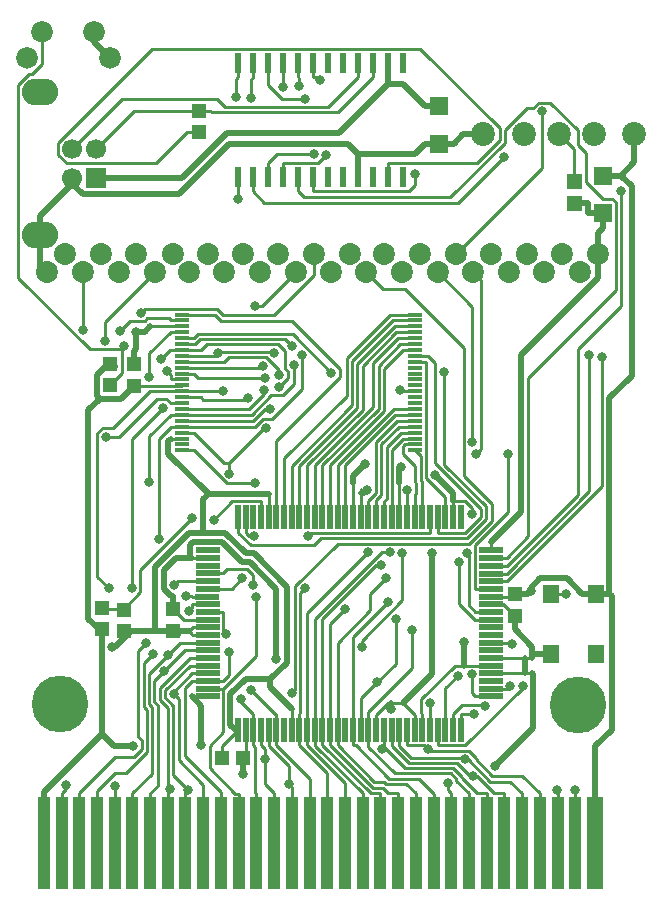
<source format=gbr>
%TF.GenerationSoftware,KiCad,Pcbnew,(6.0.2)*%
%TF.CreationDate,2022-07-19T18:02:22-05:00*%
%TF.ProjectId,REF1512B,52454631-3531-4324-922e-6b696361645f,rev?*%
%TF.SameCoordinates,Original*%
%TF.FileFunction,Copper,L1,Top*%
%TF.FilePolarity,Positive*%
%FSLAX46Y46*%
G04 Gerber Fmt 4.6, Leading zero omitted, Abs format (unit mm)*
G04 Created by KiCad (PCBNEW (6.0.2)) date 2022-07-19 18:02:22*
%MOMM*%
%LPD*%
G01*
G04 APERTURE LIST*
%TA.AperFunction,NonConductor*%
%ADD10C,0.000000*%
%TD*%
%TA.AperFunction,NonConductor*%
%ADD11C,0.200000*%
%TD*%
%TA.AperFunction,ComponentPad*%
%ADD12R,1.700000X1.700000*%
%TD*%
%TA.AperFunction,ComponentPad*%
%ADD13C,1.700000*%
%TD*%
%TA.AperFunction,ComponentPad*%
%ADD14O,3.090000X2.250000*%
%TD*%
%TA.AperFunction,SMDPad,CuDef*%
%ADD15R,1.500000X1.500000*%
%TD*%
%TA.AperFunction,ComponentPad*%
%ADD16C,1.860000*%
%TD*%
%TA.AperFunction,ComponentPad*%
%ADD17C,2.020000*%
%TD*%
%TA.AperFunction,SMDPad,CuDef*%
%ADD18R,1.310000X1.310000*%
%TD*%
%TA.AperFunction,SMDPad,CuDef*%
%ADD19R,1.350000X1.550000*%
%TD*%
%TA.AperFunction,ComponentPad*%
%ADD20C,1.830000*%
%TD*%
%TA.AperFunction,SMDPad,CuDef*%
%ADD21R,1.030000X7.780000*%
%TD*%
%TA.AperFunction,SMDPad,CuDef*%
%ADD22R,1.430000X7.780000*%
%TD*%
%TA.AperFunction,SMDPad,CuDef*%
%ADD23R,0.470000X2.000000*%
%TD*%
%TA.AperFunction,SMDPad,CuDef*%
%ADD24R,2.000000X0.470000*%
%TD*%
%TA.AperFunction,SMDPad,CuDef*%
%ADD25R,1.300000X0.300000*%
%TD*%
%TA.AperFunction,SMDPad,CuDef*%
%ADD26R,0.600000X1.750000*%
%TD*%
%TA.AperFunction,ComponentPad*%
%ADD27C,4.800000*%
%TD*%
%TA.AperFunction,ViaPad*%
%ADD28C,0.800000*%
%TD*%
%TA.AperFunction,Conductor*%
%ADD29C,0.250000*%
%TD*%
%TA.AperFunction,Conductor*%
%ADD30C,0.550000*%
%TD*%
%TA.AperFunction,Conductor*%
%ADD31C,0.200000*%
%TD*%
%TA.AperFunction,Conductor*%
%ADD32C,0.400000*%
%TD*%
G04 APERTURE END LIST*
D10*
G36*
X171124600Y-76068800D02*
G01*
X169814600Y-76068800D01*
X169814600Y-74758800D01*
X171124600Y-74758800D01*
X171124600Y-76068800D01*
G37*
G36*
X171124600Y-77934100D02*
G01*
X169814600Y-77934100D01*
X169814600Y-76624100D01*
X171124600Y-76624100D01*
X171124600Y-77934100D01*
G37*
D11*
X137052000Y-113844000D02*
X137019000Y-113195000D01*
D12*
%TO.P,J4,1,VBUS*%
%TO.N,/VBUS*%
X129967000Y-75166000D03*
D13*
%TO.P,J4,2,D-*%
%TO.N,/D-*%
X129967000Y-72666000D03*
%TO.P,J4,3,D+*%
%TO.N,/D+*%
X127967000Y-72666000D03*
%TO.P,J4,4,GND*%
%TO.N,/GND*%
X127967000Y-75166000D03*
D14*
%TO.P,J4,5,Shield*%
X125257000Y-79936000D03*
X125257000Y-67896000D03*
%TD*%
D15*
%TO.P,C1,1*%
%TO.N,/GND*%
X159040000Y-72238000D03*
%TO.P,C1,2*%
%TO.N,/VBUS*%
X159040000Y-69024000D03*
%TD*%
D16*
%TO.P,J2,1,+3.3V/+5V*%
%TO.N,/VCC*%
X172479500Y-81608000D03*
%TO.P,J2,2,Clock*%
%TO.N,/Clk*%
X170933000Y-83116000D03*
%TO.P,J2,3,/WR*%
%TO.N,/Write*%
X169464600Y-81607900D03*
%TO.P,J2,4,/RD*%
%TO.N,/Rd_Game*%
X167916500Y-83114000D03*
%TO.P,J2,5,/CS.ROM*%
%TO.N,/CS.Rom.Game*%
X166446500Y-81608000D03*
%TO.P,J2,6,AD0*%
%TO.N,/AD0*%
X164900500Y-83116000D03*
%TO.P,J2,7,AD1*%
%TO.N,/AD1*%
X163432100Y-81607900D03*
%TO.P,J2,8,AD2*%
%TO.N,/AD2*%
X161882500Y-83115000D03*
%TO.P,J2,9,AD3*%
%TO.N,/AD3*%
X160456500Y-81609000D03*
%TO.P,J2,10,AD4*%
%TO.N,/AD4*%
X158907700Y-83116000D03*
%TO.P,J2,11,AD5*%
%TO.N,/AD5*%
X157399600Y-81607900D03*
%TO.P,J2,12,AD6*%
%TO.N,/AD6*%
X155847500Y-83116000D03*
%TO.P,J2,13,AD7*%
%TO.N,/AD7*%
X154383300Y-81607900D03*
%TO.P,J2,14,AD8*%
%TO.N,/AD8*%
X152833500Y-83116000D03*
%TO.P,J2,15,AD9*%
%TO.N,/AD9*%
X151447500Y-81607000D03*
%TO.P,J2,16,AD10*%
%TO.N,/AD10*%
X149896500Y-83117000D03*
%TO.P,J2,17,AD11*%
%TO.N,/AD11*%
X148426500Y-81608000D03*
%TO.P,J2,18,AD12*%
%TO.N,/AD12*%
X146881500Y-83115000D03*
%TO.P,J2,19,AD13*%
%TO.N,/AD13*%
X145412500Y-81609000D03*
%TO.P,J2,20,AD14*%
%TO.N,/AD14*%
X143864500Y-83117000D03*
%TO.P,J2,21,AD15*%
%TO.N,/AD15*%
X142396500Y-81607000D03*
%TO.P,J2,22,A16*%
%TO.N,/A16*%
X140851500Y-83115000D03*
%TO.P,J2,23,A17*%
%TO.N,/A17*%
X139418500Y-81606000D03*
%TO.P,J2,24,A18*%
%TO.N,/A18*%
X137874500Y-83116000D03*
%TO.P,J2,25,A19*%
%TO.N,/A19*%
X136483500Y-81611000D03*
%TO.P,J2,26,A20*%
%TO.N,/A20*%
X134932500Y-83114000D03*
%TO.P,J2,27,A21*%
%TO.N,/A21*%
X133387500Y-81609000D03*
%TO.P,J2,28,A22*%
%TO.N,/A22*%
X131880500Y-83116000D03*
%TO.P,J2,29,A23*%
%TO.N,/A23*%
X130373500Y-81609000D03*
%TO.P,J2,30,/CS.SRAM*%
%TO.N,/CS.SRAM*%
X128866500Y-83124000D03*
%TO.P,J2,31,/REQ*%
%TO.N,/REQ*%
X127351500Y-81609000D03*
%TO.P,J2,32,GND*%
%TO.N,/GND*%
X125848000Y-83116000D03*
%TD*%
D17*
%TO.P,J3,1,A*%
%TO.N,/GND*%
X166227000Y-71435000D03*
%TO.P,J3,2,B*%
%TO.N,/Switch*%
X169200000Y-71438000D03*
%TO.P,J3,3,C*%
X172103000Y-71437000D03*
%TO.P,J3,4,Case_GND*%
%TO.N,/GND*%
X162770000Y-71437000D03*
%TO.P,J3,5,Case_GND*%
X175552000Y-71439000D03*
%TD*%
D18*
%TO.P,C6,1*%
%TO.N,/GND*%
X140614000Y-124273000D03*
%TO.P,C6,2*%
%TO.N,/VCC*%
X142440000Y-124273000D03*
%TD*%
%TO.P,R1,1*%
%TO.N,/VREG*%
X138678000Y-71283000D03*
%TO.P,R1,2*%
%TO.N,/D-*%
X138678000Y-69457000D03*
%TD*%
D15*
%TO.P,C2,1*%
%TO.N,/VCC*%
X172889000Y-78145000D03*
%TO.P,C2,2*%
%TO.N,/GND*%
X172889000Y-74931000D03*
%TD*%
D19*
%TO.P,X1,1,EN*%
%TO.N,unconnected-(X1-Pad1)*%
X172286000Y-115420000D03*
%TO.P,X1,2,GND*%
%TO.N,/GND*%
X172285000Y-110340000D03*
%TO.P,X1,3,OUT*%
%TO.N,/50MHz*%
X168518000Y-110340000D03*
%TO.P,X1,4,Vdd*%
%TO.N,/VCC*%
X168514000Y-115419000D03*
%TD*%
D18*
%TO.P,C4,1*%
%TO.N,/GND*%
X132364000Y-113522000D03*
%TO.P,C4,2*%
%TO.N,/Const_High*%
X132364000Y-111696000D03*
%TD*%
D20*
%TO.P,SW1,1,1*%
%TO.N,/GND*%
X124097000Y-64952000D03*
%TO.P,SW1,2,2*%
%TO.N,/Button*%
X125370000Y-62809000D03*
%TO.P,SW1,3,3*%
%TO.N,/GND*%
X129821000Y-62769000D03*
%TO.P,SW1,4,4*%
X131127000Y-64952000D03*
%TD*%
D21*
%TO.P,J1,1,+3.3V/+5V*%
%TO.N,/VCC*%
X125549000Y-131459000D03*
%TO.P,J1,2,Clock*%
%TO.N,/Clk*%
X127056000Y-131459000D03*
%TO.P,J1,3,/WR*%
%TO.N,/Write*%
X128551000Y-131459000D03*
%TO.P,J1,4,/RD*%
%TO.N,/Rd_Sys*%
X130058000Y-131459000D03*
%TO.P,J1,5,/CS.ROM*%
%TO.N,/CS.Rom.Sys*%
X131549000Y-131459000D03*
%TO.P,J1,6,AD0*%
%TO.N,/AD0*%
X133056000Y-131459000D03*
%TO.P,J1,7,AD1*%
%TO.N,/AD1*%
X134551000Y-131459000D03*
%TO.P,J1,8,AD2*%
%TO.N,/AD2*%
X136058000Y-131469000D03*
%TO.P,J1,9,AD3*%
%TO.N,/AD3*%
X137552000Y-131464000D03*
%TO.P,J1,10,AD4*%
%TO.N,/AD4*%
X139051000Y-131468000D03*
%TO.P,J1,11,AD5*%
%TO.N,/AD5*%
X140570000Y-131468000D03*
%TO.P,J1,12,AD6*%
%TO.N,/AD6*%
X142053000Y-131468000D03*
%TO.P,J1,13,AD7*%
%TO.N,/AD7*%
X143560000Y-131468000D03*
%TO.P,J1,14,AD8*%
%TO.N,/AD8*%
X145053000Y-131467000D03*
%TO.P,J1,15,AD9*%
%TO.N,/AD9*%
X146560000Y-131467000D03*
%TO.P,J1,16,AD10*%
%TO.N,/AD10*%
X148067000Y-131467000D03*
%TO.P,J1,17,AD11*%
%TO.N,/AD11*%
X149550000Y-131467000D03*
%TO.P,J1,18,AD12*%
%TO.N,/AD12*%
X151052000Y-131467000D03*
%TO.P,J1,19,AD13*%
%TO.N,/AD13*%
X152558000Y-131467000D03*
%TO.P,J1,20,AD14*%
%TO.N,/AD14*%
X154053000Y-131467000D03*
%TO.P,J1,21,AD15*%
%TO.N,/AD15*%
X155560000Y-131467000D03*
%TO.P,J1,22,A16*%
%TO.N,/A16*%
X157055000Y-131467000D03*
%TO.P,J1,23,A17*%
%TO.N,/A17*%
X158559000Y-131472000D03*
%TO.P,J1,24,A18*%
%TO.N,/A18*%
X160054000Y-131460000D03*
%TO.P,J1,25,A19*%
%TO.N,/A19*%
X161549000Y-131460000D03*
%TO.P,J1,26,A20*%
%TO.N,/A20*%
X163056000Y-131460000D03*
%TO.P,J1,27,A21*%
%TO.N,/A21*%
X164556000Y-131459000D03*
%TO.P,J1,28,A22*%
%TO.N,/A22*%
X166051000Y-131459000D03*
%TO.P,J1,29,A23*%
%TO.N,/A23*%
X167570000Y-131459000D03*
%TO.P,J1,30,/CS.SRAM*%
%TO.N,/CS.SRAM*%
X169059000Y-131466000D03*
%TO.P,J1,31,/REQ*%
%TO.N,/REQ*%
X170554000Y-131466000D03*
D22*
%TO.P,J1,32,GND*%
%TO.N,/GND*%
X172252000Y-131466000D03*
%TD*%
D23*
%TO.P,U3,1,I/O*%
%TO.N,/GND*%
X141995000Y-121850000D03*
%TO.P,U3,2,I/O*%
%TO.N,/VCC*%
X142644000Y-121849000D03*
%TO.P,U3,3,I/O*%
%TO.N,/AD7*%
X143296000Y-121853000D03*
%TO.P,U3,4,I/O*%
%TO.N,/AD8*%
X143944000Y-121853000D03*
%TO.P,U3,5,I/O*%
%TO.N,/AD9*%
X144593000Y-121849000D03*
%TO.P,U3,6,I/O*%
%TO.N,/AD10*%
X145245000Y-121849000D03*
%TO.P,U3,7,I/O*%
%TO.N,unconnected-(U3-Pad7)*%
X145897000Y-121849000D03*
%TO.P,U3,8,I/O*%
%TO.N,/GND*%
X146544000Y-121852000D03*
%TO.P,U3,9,I/O*%
%TO.N,/AD11*%
X147194000Y-121852000D03*
%TO.P,U3,10,I/O*%
%TO.N,/AD12*%
X147846000Y-121852000D03*
%TO.P,U3,11,I/O*%
%TO.N,/AD13*%
X148495000Y-121850000D03*
%TO.P,U3,12,I/O*%
%TO.N,/AD14*%
X149144000Y-121852000D03*
%TO.P,U3,13,I/O*%
%TO.N,/AD15*%
X149793000Y-121848000D03*
%TO.P,U3,14,I/O*%
%TO.N,/A16*%
X150445000Y-121848000D03*
%TO.P,U3,15,I/O*%
%TO.N,unconnected-(U3-Pad15)*%
X151096000Y-121851000D03*
%TO.P,U3,16,I/O*%
%TO.N,/A17*%
X151743000Y-121851000D03*
%TO.P,U3,17,I/O*%
%TO.N,/A18*%
X152395000Y-121849000D03*
%TO.P,U3,18,I/O*%
%TO.N,/A19*%
X153044000Y-121849000D03*
%TO.P,U3,19,I/O*%
%TO.N,/VCC*%
X153695000Y-121849000D03*
%TO.P,U3,20,I/O*%
%TO.N,/A20*%
X154344000Y-121851000D03*
%TO.P,U3,21,I/O*%
%TO.N,/A21*%
X154998000Y-121852000D03*
%TO.P,U3,22,I/O*%
%TO.N,/A22*%
X155645000Y-121852000D03*
%TO.P,U3,23,I/O*%
%TO.N,/A23*%
X156294000Y-121852000D03*
%TO.P,U3,24,I/O*%
%TO.N,/VCC*%
X156944000Y-121852000D03*
%TO.P,U3,25,I/O*%
%TO.N,/GND*%
X157595000Y-121851000D03*
%TO.P,U3,26,I/O*%
%TO.N,/Button*%
X158244000Y-121851000D03*
%TO.P,U3,27,I/O*%
%TO.N,/Switch*%
X158894000Y-121854000D03*
%TO.P,U3,28,I/O*%
%TO.N,/P1-2*%
X159544000Y-121852000D03*
%TO.P,U3,29,I/O*%
%TO.N,/P1-3*%
X160192000Y-121852000D03*
%TO.P,U3,30,I/O*%
%TO.N,/P0-3*%
X160848000Y-121852000D03*
D24*
%TO.P,U3,31,I/O*%
%TO.N,/P0-2*%
X163421000Y-119025000D03*
%TO.P,U3,32,I/O*%
%TO.N,/P0-1*%
X163420000Y-118378000D03*
%TO.P,U3,33,I/O*%
%TO.N,unconnected-(U3-Pad33)*%
X163418000Y-117726000D03*
%TO.P,U3,34,I/O*%
%TO.N,/VCC*%
X163418000Y-117078000D03*
%TO.P,U3,35,I/O*%
%TO.N,/GND*%
X163420000Y-116424000D03*
%TO.P,U3,36,I/O*%
%TO.N,/VCC*%
X163418000Y-115777000D03*
%TO.P,U3,37,I/O*%
%TO.N,unconnected-(U3-Pad37)*%
X163420000Y-115122000D03*
%TO.P,U3,38,I/O*%
%TO.N,/50MHz*%
X163418000Y-114476000D03*
%TO.P,U3,39,I/O*%
%TO.N,unconnected-(U3-Pad39)*%
X163418000Y-113827000D03*
%TO.P,U3,40,I/O*%
%TO.N,unconnected-(U3-Pad40)*%
X163420000Y-113178000D03*
%TO.P,U3,41,I/O*%
%TO.N,/P0-0*%
X163418000Y-112528000D03*
%TO.P,U3,42,I/O*%
%TO.N,/P0-4*%
X163420000Y-111876000D03*
%TO.P,U3,43,I/O*%
%TO.N,/VCC*%
X163420000Y-111227000D03*
%TO.P,U3,44,I/O*%
%TO.N,/GND*%
X163420000Y-110578000D03*
%TO.P,U3,45,I/O*%
%TO.N,/P0-5*%
X163420000Y-109926000D03*
%TO.P,U3,46,I/O*%
%TO.N,/P0-6*%
X163420000Y-109273000D03*
%TO.P,U3,47,I/O*%
%TO.N,/P0-7*%
X163418000Y-108626000D03*
%TO.P,U3,48,I/O*%
%TO.N,/P1-1*%
X163420000Y-107977000D03*
%TO.P,U3,49,I/O*%
%TO.N,/P1-0*%
X163420000Y-107326000D03*
%TO.P,U3,50,I/O*%
%TO.N,/VCC*%
X163418000Y-106676000D03*
D23*
%TO.P,U3,51,I/O*%
%TO.N,unconnected-(U3-Pad51)*%
X160843000Y-103851000D03*
%TO.P,U3,52,I/O*%
%TO.N,/GND*%
X160195000Y-103847000D03*
%TO.P,U3,53,I/O*%
%TO.N,/SST.NC7*%
X159545000Y-103848000D03*
%TO.P,U3,54,I/O*%
%TO.N,/SST.NC8*%
X158893000Y-103848000D03*
%TO.P,U3,55,I/O*%
%TO.N,/SST.A16*%
X158244000Y-103848000D03*
%TO.P,U3,56,I/O*%
%TO.N,/SST.A15*%
X157596000Y-103848000D03*
%TO.P,U3,57,I/O*%
%TO.N,/SST.A14*%
X156942000Y-103853000D03*
%TO.P,U3,58,I/O*%
%TO.N,/VCC*%
X156294000Y-103853000D03*
%TO.P,U3,59,I/O*%
%TO.N,/GND*%
X155645000Y-103849000D03*
%TO.P,U3,60,I/O*%
%TO.N,/SST.A13*%
X154994000Y-103853000D03*
%TO.P,U3,61,I/O*%
%TO.N,/SST.A12*%
X154346000Y-103850000D03*
%TO.P,U3,62,I/O*%
%TO.N,/SST.A11*%
X153694000Y-103853000D03*
%TO.P,U3,63,I/O*%
%TO.N,/SST.A10*%
X153046000Y-103850000D03*
%TO.P,U3,64,I/O*%
%TO.N,/VCC*%
X152394000Y-103850000D03*
%TO.P,U3,65,I/O*%
%TO.N,/GND*%
X151745000Y-103850000D03*
%TO.P,U3,66,I/O*%
%TO.N,/SST.A9*%
X151094000Y-103851000D03*
%TO.P,U3,67,I/O*%
%TO.N,/SST.A8*%
X150445000Y-103851000D03*
%TO.P,U3,68,I/O*%
%TO.N,/SST.A7*%
X149793000Y-103851000D03*
%TO.P,U3,69,I/O*%
%TO.N,/SST.A6*%
X149145000Y-103851000D03*
%TO.P,U3,70,I/O*%
%TO.N,/SST.A5*%
X148493000Y-103851000D03*
%TO.P,U3,71,I/O*%
%TO.N,/SST.A4*%
X147845000Y-103847000D03*
%TO.P,U3,72,I/O*%
%TO.N,/SST.A3*%
X147196000Y-103847000D03*
%TO.P,U3,73,I/O*%
%TO.N,/SST.A2*%
X146543000Y-103849000D03*
%TO.P,U3,74,I/O*%
%TO.N,/SST.A1*%
X145891000Y-103849000D03*
%TO.P,U3,75,I/O*%
%TO.N,/SST.A0*%
X145245000Y-103854000D03*
%TO.P,U3,76,I/O*%
%TO.N,/GND*%
X144593000Y-103850000D03*
%TO.P,U3,77,I/O*%
%TO.N,/Const_High*%
X143944000Y-103850000D03*
%TO.P,U3,78,I/O*%
%TO.N,unconnected-(U3-Pad78)*%
X143292000Y-103850000D03*
%TO.P,U3,79,I/O*%
%TO.N,/SST.OE#*%
X142647000Y-103850000D03*
%TO.P,U3,80,I/O*%
%TO.N,/SST.WE#*%
X141995000Y-103850000D03*
D24*
%TO.P,U3,81,I/O*%
%TO.N,unconnected-(U3-Pad81)*%
X139418000Y-106671000D03*
%TO.P,U3,82,I/O*%
%TO.N,/VCC*%
X139418000Y-107323000D03*
%TO.P,U3,83,I/O*%
%TO.N,unconnected-(U3-Pad83)*%
X139422000Y-107972000D03*
%TO.P,U3,84,I/O*%
%TO.N,/Rd_Game*%
X139422000Y-108622000D03*
%TO.P,U3,85,I/O*%
%TO.N,/CS.Rom.Game*%
X139418000Y-109277000D03*
%TO.P,U3,86,I/O*%
%TO.N,/SST.CE#*%
X139418000Y-109922000D03*
%TO.P,U3,87,I/O*%
%TO.N,/Write*%
X139415000Y-110574000D03*
%TO.P,U3,88,I/O*%
%TO.N,/Rd_Sys*%
X139420000Y-111225000D03*
%TO.P,U3,89,I/O*%
%TO.N,/CS.Rom.Sys*%
X139418000Y-111874000D03*
%TO.P,U3,90,I/O*%
%TO.N,/VCC*%
X139418000Y-112525000D03*
%TO.P,U3,91,I/O*%
%TO.N,/GND*%
X139418000Y-113176000D03*
%TO.P,U3,92,I/O*%
X139418000Y-113826000D03*
%TO.P,U3,93,I/O*%
%TO.N,/AD0*%
X139421000Y-114479000D03*
%TO.P,U3,94,I/O*%
%TO.N,/AD1*%
X139421000Y-115127000D03*
%TO.P,U3,95,I/O*%
%TO.N,/AD2*%
X139418000Y-115774000D03*
%TO.P,U3,96,I/O*%
%TO.N,/AD3*%
X139418000Y-116423000D03*
%TO.P,U3,97,I/O*%
%TO.N,/AD4*%
X139420000Y-117078000D03*
%TO.P,U3,98,I/O*%
%TO.N,/AD5*%
X139420000Y-117725000D03*
%TO.P,U3,99,I/O*%
%TO.N,/AD6*%
X139418000Y-118377000D03*
%TO.P,U3,100,I/O*%
%TO.N,/VCC*%
X139420000Y-119026000D03*
%TD*%
D25*
%TO.P,U2,1,A15*%
%TO.N,/SST.A15*%
X156968000Y-98197000D03*
%TO.P,U2,2,A14*%
%TO.N,/SST.A14*%
X156968000Y-97697000D03*
%TO.P,U2,3,A13*%
%TO.N,/SST.A13*%
X156968000Y-97197000D03*
%TO.P,U2,4,A12*%
%TO.N,/SST.A12*%
X156968000Y-96697000D03*
%TO.P,U2,5,A11*%
%TO.N,/SST.A11*%
X156968000Y-96197000D03*
%TO.P,U2,6,A10*%
%TO.N,/SST.A10*%
X156968000Y-95697000D03*
%TO.P,U2,7,A9*%
%TO.N,/SST.A9*%
X156968000Y-95197000D03*
%TO.P,U2,8,A8*%
%TO.N,/SST.A8*%
X156968000Y-94697000D03*
%TO.P,U2,9,NC_1*%
%TO.N,unconnected-(U2-Pad9)*%
X156968000Y-94197000D03*
%TO.P,U2,10,NC_2*%
%TO.N,unconnected-(U2-Pad10)*%
X156968000Y-93697000D03*
%TO.P,U2,11,WE#*%
%TO.N,/SST.WE#*%
X156968000Y-93197000D03*
%TO.P,U2,12,NC_3*%
%TO.N,unconnected-(U2-Pad12)*%
X156968000Y-92697000D03*
%TO.P,U2,13,NC_4*%
%TO.N,unconnected-(U2-Pad13)*%
X156968000Y-92197000D03*
%TO.P,U2,14,NC_5*%
%TO.N,unconnected-(U2-Pad14)*%
X156968000Y-91697000D03*
%TO.P,U2,15,NC_6*%
%TO.N,unconnected-(U2-Pad15)*%
X156968000Y-91197000D03*
%TO.P,U2,16,NC_7*%
%TO.N,/SST.NC7*%
X156968000Y-90697000D03*
%TO.P,U2,17,NC_8*%
%TO.N,/SST.NC8*%
X156968000Y-90197000D03*
%TO.P,U2,18,A7*%
%TO.N,/SST.A7*%
X156968000Y-89697000D03*
%TO.P,U2,19,A6*%
%TO.N,/SST.A6*%
X156968000Y-89197000D03*
%TO.P,U2,20,A5*%
%TO.N,/SST.A5*%
X156968000Y-88697000D03*
%TO.P,U2,21,A4*%
%TO.N,/SST.A4*%
X156968000Y-88197000D03*
%TO.P,U2,22,A3*%
%TO.N,/SST.A3*%
X156968000Y-87697000D03*
%TO.P,U2,23,A2*%
%TO.N,/SST.A2*%
X156968000Y-87197000D03*
%TO.P,U2,24,A1*%
%TO.N,/SST.A1*%
X156968000Y-86697000D03*
%TO.P,U2,25,A0*%
%TO.N,/SST.A0*%
X137268000Y-86697000D03*
%TO.P,U2,26,CE#*%
%TO.N,/SST.CE#*%
X137268000Y-87197000D03*
%TO.P,U2,27,VSS_1*%
%TO.N,/GND*%
X137268000Y-87697000D03*
%TO.P,U2,28,OE#*%
%TO.N,/SST.OE#*%
X137268000Y-88197000D03*
%TO.P,U2,29,DQ0*%
%TO.N,/AD0*%
X137268000Y-88697000D03*
%TO.P,U2,30,DQ8*%
%TO.N,/AD8*%
X137268000Y-89197000D03*
%TO.P,U2,31,DQ1*%
%TO.N,/AD1*%
X137268000Y-89697000D03*
%TO.P,U2,32,DQ9*%
%TO.N,/AD9*%
X137268000Y-90197000D03*
%TO.P,U2,33,DQ2*%
%TO.N,/AD2*%
X137268000Y-90697000D03*
%TO.P,U2,34,DQ10*%
%TO.N,/AD10*%
X137268000Y-91197000D03*
%TO.P,U2,35,DQ3*%
%TO.N,/AD3*%
X137268000Y-91697000D03*
%TO.P,U2,36,DQ11*%
%TO.N,/AD11*%
X137268000Y-92197000D03*
%TO.P,U2,37,VDD*%
%TO.N,/VCC*%
X137268000Y-92697000D03*
%TO.P,U2,38,DQ4*%
%TO.N,/AD4*%
X137268000Y-93197000D03*
%TO.P,U2,39,DQ12*%
%TO.N,/AD12*%
X137268000Y-93697000D03*
%TO.P,U2,40,DQ5*%
%TO.N,/AD5*%
X137268000Y-94197000D03*
%TO.P,U2,41,DQ13*%
%TO.N,/AD13*%
X137268000Y-94697000D03*
%TO.P,U2,42,DQ6*%
%TO.N,/AD6*%
X137268000Y-95197000D03*
%TO.P,U2,43,DQ14*%
%TO.N,/AD14*%
X137268000Y-95697000D03*
%TO.P,U2,44,DQ7*%
%TO.N,/AD7*%
X137268000Y-96197000D03*
%TO.P,U2,45,DQ15*%
%TO.N,/AD15*%
X137268000Y-96697000D03*
%TO.P,U2,46,VSS_2*%
%TO.N,/GND*%
X137268000Y-97197000D03*
%TO.P,U2,47,NC_9*%
%TO.N,unconnected-(U2-Pad47)*%
X137268000Y-97697000D03*
%TO.P,U2,48,A16*%
%TO.N,/SST.A16*%
X137268000Y-98197000D03*
%TD*%
D26*
%TO.P,U1,1,P0-0*%
%TO.N,/P0-0*%
X141984000Y-75072000D03*
%TO.P,U1,2,P0-1*%
%TO.N,/P0-1*%
X143249000Y-75077000D03*
%TO.P,U1,3,P0-2*%
%TO.N,/P0-2*%
X144524000Y-75077000D03*
%TO.P,U1,4,P0-3*%
%TO.N,/P0-3*%
X145794000Y-75075000D03*
%TO.P,U1,5,P1-0*%
%TO.N,/P1-0*%
X147062000Y-75075000D03*
%TO.P,U1,6,P1-2*%
%TO.N,/P1-2*%
X148338000Y-75075000D03*
%TO.P,U1,7,P1-4*%
%TO.N,unconnected-(U1-Pad7)*%
X149607000Y-75073000D03*
%TO.P,U1,8,P1-6*%
%TO.N,unconnected-(U1-Pad8)*%
X150879000Y-75073000D03*
%TO.P,U1,9,VSS*%
%TO.N,/GND*%
X152144000Y-75074000D03*
%TO.P,U1,10,VPP*%
%TO.N,unconnected-(U1-Pad10)*%
X153416000Y-75074000D03*
%TO.P,U1,11,VREG/P2-0*%
%TO.N,/VREG*%
X154684000Y-75074000D03*
%TO.P,U1,12,XTALIN/P2-1*%
%TO.N,unconnected-(U1-Pad12)*%
X155955000Y-75074000D03*
%TO.P,U1,13,XTALOUT*%
%TO.N,unconnected-(U1-Pad13)*%
X155954000Y-65422000D03*
%TO.P,U1,14,VCC*%
%TO.N,/VBUS*%
X154686000Y-65422000D03*
%TO.P,U1,15,D-/SDATA*%
%TO.N,/D-*%
X153418000Y-65423000D03*
%TO.P,U1,16,D+/SCLK*%
%TO.N,/D+*%
X152148000Y-65423000D03*
%TO.P,U1,17,P1-7*%
%TO.N,unconnected-(U1-Pad17)*%
X150874000Y-65421000D03*
%TO.P,U1,18,P1-5*%
%TO.N,unconnected-(U1-Pad18)*%
X149605000Y-65424000D03*
%TO.P,U1,19,P1-3*%
%TO.N,/P1-3*%
X148334000Y-65421000D03*
%TO.P,U1,20,P1-1*%
%TO.N,/P1-1*%
X147065000Y-65423000D03*
%TO.P,U1,21,P0-7*%
%TO.N,/P0-7*%
X145795000Y-65420000D03*
%TO.P,U1,22,P0-6*%
%TO.N,/P0-6*%
X144525000Y-65425000D03*
%TO.P,U1,23,P0-5*%
%TO.N,/P0-5*%
X143255000Y-65421000D03*
%TO.P,U1,24,P0-4*%
%TO.N,/P0-4*%
X141987000Y-65424000D03*
%TD*%
D18*
%TO.P,R3,1*%
%TO.N,/Button*%
X131172000Y-92708000D03*
%TO.P,R3,2*%
%TO.N,/VCC*%
X131172000Y-90882000D03*
%TD*%
D27*
%TO.P,REF2,1*%
%TO.N,N/C*%
X170787000Y-119748000D03*
%TD*%
D18*
%TO.P,R2,1*%
%TO.N,/VCC*%
X170466000Y-77265000D03*
%TO.P,R2,2*%
%TO.N,/Switch*%
X170466000Y-75439000D03*
%TD*%
%TO.P,C5,1*%
%TO.N,/GND*%
X136499000Y-113466000D03*
%TO.P,C5,2*%
%TO.N,/VCC*%
X136499000Y-111640000D03*
%TD*%
D27*
%TO.P,REF1,1*%
%TO.N,N/C*%
X126923000Y-119706000D03*
%TD*%
D18*
%TO.P,C7,1*%
%TO.N,/VCC*%
X165429000Y-112188000D03*
%TO.P,C7,2*%
%TO.N,/GND*%
X165429000Y-110362000D03*
%TD*%
%TO.P,R4,1*%
%TO.N,/VCC*%
X130465000Y-113362000D03*
%TO.P,R4,2*%
%TO.N,/Const_High*%
X130465000Y-111536000D03*
%TD*%
%TO.P,C3,1*%
%TO.N,/VCC*%
X133197000Y-92714000D03*
%TO.P,C3,2*%
%TO.N,/GND*%
X133197000Y-90888000D03*
%TD*%
D28*
%TO.N,/CS.Rom.Game*%
X136606900Y-109559000D03*
%TO.N,/Rd_Game*%
X143270900Y-109591100D03*
X152472400Y-114883000D03*
X155914000Y-106861300D03*
%TO.N,/50MHz*%
X165229200Y-114613100D03*
X169799600Y-110392900D03*
%TO.N,/P0-4*%
X141844500Y-68248900D03*
X161354700Y-106874500D03*
%TO.N,/P0-5*%
X143060500Y-68391400D03*
X164872600Y-98544100D03*
%TO.N,/P0-6*%
X147662000Y-68411900D03*
X172803000Y-90292700D03*
%TO.N,/P0-7*%
X145795000Y-67428100D03*
X171738000Y-90157900D03*
%TO.N,/P1-1*%
X147156700Y-67380600D03*
X174438300Y-76198300D03*
%TO.N,/P1-3*%
X148971400Y-66830500D03*
X162868400Y-119879700D03*
%TO.N,/P1-2*%
X157003300Y-74811800D03*
X160613100Y-117291700D03*
%TO.N,/P0-3*%
X149432300Y-73185600D03*
X161955600Y-120484100D03*
%TO.N,/P0-2*%
X148431900Y-73139100D03*
X161801700Y-117164600D03*
%TO.N,/P0-1*%
X164513000Y-73345700D03*
X165039100Y-118113700D03*
%TO.N,/P0-0*%
X141988700Y-76898500D03*
X160733500Y-107672900D03*
%TO.N,/REQ*%
X170563000Y-126963600D03*
%TO.N,/CS.SRAM*%
X169022300Y-126949000D03*
X128866500Y-88012900D03*
%TO.N,/A23*%
X158059000Y-123468400D03*
%TO.N,/A22*%
X161242700Y-124355800D03*
%TO.N,/A21*%
X161853300Y-125797800D03*
%TO.N,/A20*%
X130716000Y-88906300D03*
X154196800Y-123456200D03*
%TO.N,/A19*%
X156731400Y-113440600D03*
%TO.N,/A18*%
X153802200Y-117791500D03*
X159766100Y-126355900D03*
X155345600Y-112457600D03*
%TO.N,/A17*%
X154666600Y-111057900D03*
%TO.N,/A16*%
X154550900Y-109022000D03*
%TO.N,/CS.Rom.Sys*%
X141019400Y-113735100D03*
X131549000Y-126601300D03*
%TO.N,/Rd_Sys*%
X137814400Y-111763800D03*
X134784800Y-115424500D03*
%TO.N,/Write*%
X137597400Y-110549400D03*
X134189400Y-114542200D03*
%TO.N,/Clk*%
X127406400Y-126544000D03*
%TO.N,/SST.WE#*%
X155712500Y-93096600D03*
X159478900Y-91604500D03*
%TO.N,/SST.CE#*%
X132027800Y-88118700D03*
X142375200Y-109017000D03*
%TO.N,/SST.OE#*%
X134498400Y-91987200D03*
X143334000Y-105456300D03*
%TO.N,/AD0*%
X136089900Y-115509700D03*
X149911200Y-91612800D03*
%TO.N,/AD8*%
X146543600Y-89365200D03*
X146529100Y-118778600D03*
X144251800Y-124319100D03*
%TO.N,/AD1*%
X145466500Y-92809200D03*
X135505300Y-90471800D03*
X135608700Y-94588900D03*
X132988300Y-109886500D03*
X135732800Y-116892600D03*
%TO.N,/AD9*%
X140301900Y-89997400D03*
X146314600Y-126466400D03*
X145079700Y-89969300D03*
%TO.N,/AD2*%
X145476500Y-91808800D03*
X162161700Y-98495000D03*
X136261800Y-126859100D03*
%TO.N,/AD10*%
X143078500Y-118467100D03*
X144146200Y-91087400D03*
%TO.N,/AD3*%
X144262100Y-92087800D03*
X167766000Y-69487200D03*
X137733100Y-126928300D03*
%TO.N,/AD11*%
X136000600Y-91512800D03*
X147688600Y-109865600D03*
X133781200Y-86538800D03*
%TO.N,/AD4*%
X140692200Y-93168000D03*
X161821600Y-97485600D03*
X131056800Y-109862400D03*
X136548400Y-118822900D03*
%TO.N,/AD12*%
X152985700Y-106823800D03*
X142842800Y-93767900D03*
X143416200Y-85988700D03*
%TO.N,/AD5*%
X130826400Y-97058900D03*
X141226200Y-115276600D03*
%TO.N,/AD13*%
X144214700Y-93088200D03*
X154858400Y-106836400D03*
%TO.N,/AD6*%
X146712000Y-90948300D03*
X134492700Y-100889800D03*
X143486100Y-110603200D03*
%TO.N,/AD14*%
X144676700Y-94737200D03*
X154115700Y-107928000D03*
%TO.N,/AD7*%
X147411100Y-90143900D03*
X135292000Y-105696400D03*
X142237200Y-119261900D03*
%TO.N,/AD15*%
X144374600Y-96292300D03*
X141247600Y-100166800D03*
X151045000Y-111630300D03*
%TO.N,/SST.A16*%
X143474100Y-100992300D03*
X147936200Y-105448000D03*
%TO.N,/Const_High*%
X138121200Y-103919800D03*
X139951300Y-104098800D03*
%TO.N,/VCC*%
X138898800Y-123140200D03*
X158419000Y-106915600D03*
X156337000Y-101546100D03*
X163754300Y-124941600D03*
X154973000Y-120128400D03*
X142440000Y-125578100D03*
X145254200Y-115828100D03*
X152908700Y-101566900D03*
X133081300Y-123211800D03*
%TO.N,/Button*%
X158256700Y-119631700D03*
X132355700Y-89337500D03*
%TO.N,/Switch*%
X166133800Y-118132800D03*
%TO.N,/GND*%
X152757600Y-99315800D03*
X161779600Y-103545700D03*
X155766700Y-99595000D03*
X166762700Y-110072700D03*
X133321700Y-88168500D03*
X131334500Y-114877800D03*
X158646600Y-100260700D03*
X161166800Y-114463600D03*
%TD*%
D29*
%TO.N,/CS.Rom.Game*%
X139418000Y-109277000D02*
X138092700Y-109277000D01*
X136888900Y-109277000D02*
X136606900Y-109559000D01*
X138092700Y-109277000D02*
X136888900Y-109277000D01*
%TO.N,/Rd_Game*%
X139422000Y-108622000D02*
X140747300Y-108622000D01*
X143270900Y-108787100D02*
X143270900Y-109591100D01*
X142763500Y-108279700D02*
X143270900Y-108787100D01*
X141089600Y-108279700D02*
X142763500Y-108279700D01*
X140747300Y-108622000D02*
X141089600Y-108279700D01*
X155914000Y-110856800D02*
X155914000Y-106861300D01*
X152472400Y-114298400D02*
X155914000Y-110856800D01*
X152472400Y-114883000D02*
X152472400Y-114298400D01*
%TO.N,/50MHz*%
X168518000Y-110340000D02*
X169518300Y-110340000D01*
X163418000Y-114476000D02*
X164743300Y-114476000D01*
X165092100Y-114476000D02*
X165229200Y-114613100D01*
X164743300Y-114476000D02*
X165092100Y-114476000D01*
X169746700Y-110340000D02*
X169799600Y-110392900D01*
X169518300Y-110340000D02*
X169746700Y-110340000D01*
%TO.N,/P0-4*%
X163420000Y-111876000D02*
X162094700Y-111876000D01*
X141844500Y-66766800D02*
X141844500Y-68248900D01*
X141987000Y-66624300D02*
X141844500Y-66766800D01*
X141987000Y-65424000D02*
X141987000Y-66624300D01*
X161545400Y-107065200D02*
X161354700Y-106874500D01*
X161545400Y-111326700D02*
X161545400Y-107065200D01*
X162094700Y-111876000D02*
X161545400Y-111326700D01*
%TO.N,/P0-5*%
X163420000Y-109926000D02*
X162094700Y-109926000D01*
X143255000Y-65421000D02*
X143255000Y-66621300D01*
X164872600Y-103454500D02*
X164872600Y-98544100D01*
X162092600Y-106234500D02*
X164872600Y-103454500D01*
X162092600Y-109923900D02*
X162092600Y-106234500D01*
X162094700Y-109926000D02*
X162092600Y-109923900D01*
X143060500Y-66815800D02*
X143060500Y-68391400D01*
X143255000Y-66621300D02*
X143060500Y-66815800D01*
%TO.N,/P0-6*%
X145713400Y-68411900D02*
X147662000Y-68411900D01*
X144525000Y-67223500D02*
X145713400Y-68411900D01*
X144525000Y-65425000D02*
X144525000Y-67223500D01*
X163420000Y-109273000D02*
X164745300Y-109273000D01*
X172803000Y-101215300D02*
X172803000Y-90292700D01*
X164745300Y-109273000D02*
X172803000Y-101215300D01*
%TO.N,/P0-7*%
X163418000Y-108626000D02*
X164743300Y-108626000D01*
X171738000Y-101631300D02*
X164743300Y-108626000D01*
X171738000Y-90157900D02*
X171738000Y-101631300D01*
X145795000Y-65420000D02*
X145795000Y-67428100D01*
%TO.N,/P1-1*%
X147065000Y-65423000D02*
X147065000Y-66623300D01*
X163420000Y-107977000D02*
X164745300Y-107977000D01*
X147156700Y-66715000D02*
X147156700Y-67380600D01*
X147065000Y-66623300D02*
X147156700Y-66715000D01*
X170768900Y-101953400D02*
X164745300Y-107977000D01*
X170768900Y-89612400D02*
X170768900Y-101953400D01*
X174438300Y-85943000D02*
X170768900Y-89612400D01*
X174438300Y-76198300D02*
X174438300Y-85943000D01*
%TO.N,/P1-3*%
X160192000Y-121852000D02*
X160192000Y-120526700D01*
X148334000Y-65421000D02*
X148334000Y-66621300D01*
X148762200Y-66621300D02*
X148971400Y-66830500D01*
X148334000Y-66621300D02*
X148762200Y-66621300D01*
X162724100Y-119735400D02*
X162868400Y-119879700D01*
X160983300Y-119735400D02*
X162724100Y-119735400D01*
X160192000Y-120526700D02*
X160983300Y-119735400D01*
%TO.N,/D+*%
X152148000Y-65423000D02*
X152148000Y-66623300D01*
X149634100Y-69137200D02*
X152148000Y-66623300D01*
X140907000Y-69137200D02*
X149634100Y-69137200D01*
X140219900Y-68450100D02*
X140907000Y-69137200D01*
X132182900Y-68450100D02*
X140219900Y-68450100D01*
X127967000Y-72666000D02*
X132182900Y-68450100D01*
%TO.N,/P1-2*%
X148338000Y-75075000D02*
X148338000Y-76275300D01*
X159544000Y-118360800D02*
X160613100Y-117291700D01*
X159544000Y-121852000D02*
X159544000Y-118360800D01*
X157003300Y-75712500D02*
X157003300Y-74811800D01*
X156440500Y-76275300D02*
X157003300Y-75712500D01*
X148338000Y-76275300D02*
X156440500Y-76275300D01*
%TO.N,/P1-0*%
X147062000Y-75075000D02*
X147062000Y-76275300D01*
X163420000Y-107326000D02*
X164745300Y-107326000D01*
X147571000Y-76784300D02*
X147062000Y-76275300D01*
X159960800Y-76784300D02*
X147571000Y-76784300D01*
X164607900Y-72137200D02*
X159960800Y-76784300D01*
X164607900Y-71109100D02*
X164607900Y-72137200D01*
X166477900Y-69239100D02*
X164607900Y-71109100D01*
X166988500Y-69239100D02*
X166477900Y-69239100D01*
X166988500Y-69239000D02*
X166988500Y-69239100D01*
X167465600Y-68761900D02*
X166988500Y-69239000D01*
X168435200Y-68761900D02*
X167465600Y-68761900D01*
X170766500Y-71093200D02*
X168435200Y-68761900D01*
X170766500Y-72307300D02*
X170766500Y-71093200D01*
X171446400Y-72987200D02*
X170766500Y-72307300D01*
X171446400Y-75462700D02*
X171446400Y-72987200D01*
X172889100Y-76905400D02*
X171446400Y-75462700D01*
X173697200Y-76905400D02*
X172889100Y-76905400D01*
X173988000Y-77196200D02*
X173697200Y-76905400D01*
X173988000Y-84661800D02*
X173988000Y-77196200D01*
X166585600Y-92064200D02*
X173988000Y-84661800D01*
X166585600Y-105485700D02*
X166585600Y-92064200D01*
X164745300Y-107326000D02*
X166585600Y-105485700D01*
%TO.N,/P0-3*%
X160848000Y-121852000D02*
X160848000Y-120526700D01*
X145794000Y-75075000D02*
X145794000Y-73874700D01*
X161913000Y-120526700D02*
X161955600Y-120484100D01*
X160848000Y-120526700D02*
X161913000Y-120526700D01*
X148743200Y-73874700D02*
X149432300Y-73185600D01*
X145794000Y-73874700D02*
X148743200Y-73874700D01*
%TO.N,/P0-2*%
X144524000Y-75077000D02*
X144524000Y-73876700D01*
X163421000Y-119025000D02*
X162095700Y-119025000D01*
X161801700Y-118731000D02*
X161801700Y-117164600D01*
X162095700Y-119025000D02*
X161801700Y-118731000D01*
X145261600Y-73139100D02*
X148431900Y-73139100D01*
X144524000Y-73876700D02*
X145261600Y-73139100D01*
%TO.N,/P0-1*%
X143249000Y-75077000D02*
X143249000Y-76277300D01*
X164774800Y-118378000D02*
X163420000Y-118378000D01*
X165039100Y-118113700D02*
X164774800Y-118378000D01*
X160624000Y-77234700D02*
X164513000Y-73345700D01*
X144206400Y-77234700D02*
X160624000Y-77234700D01*
X143249000Y-76277300D02*
X144206400Y-77234700D01*
%TO.N,/P0-0*%
X141988700Y-76277000D02*
X141988700Y-76898500D01*
X141984000Y-76272300D02*
X141988700Y-76277000D01*
X163418000Y-112528000D02*
X162092700Y-112528000D01*
X141984000Y-75072000D02*
X141984000Y-76272300D01*
X160733500Y-111168800D02*
X160733500Y-107672900D01*
X162092700Y-112528000D02*
X160733500Y-111168800D01*
%TO.N,/REQ*%
X170563000Y-127241700D02*
X170563000Y-126963600D01*
X170554000Y-127250700D02*
X170563000Y-127241700D01*
X170554000Y-131466000D02*
X170554000Y-127250700D01*
%TO.N,/CS.SRAM*%
X128866500Y-83124000D02*
X128866500Y-88012900D01*
X169022300Y-127214000D02*
X169022300Y-126949000D01*
X169059000Y-127250700D02*
X169022300Y-127214000D01*
X169059000Y-131466000D02*
X169059000Y-127250700D01*
%TO.N,/A23*%
X156294000Y-121852000D02*
X156294000Y-123177300D01*
X157767900Y-123177300D02*
X158059000Y-123468400D01*
X156294000Y-123177300D02*
X157767900Y-123177300D01*
X166083900Y-125757600D02*
X167570000Y-127243700D01*
X163525100Y-125757600D02*
X166083900Y-125757600D01*
X162127100Y-124359600D02*
X163525100Y-125757600D01*
X162127100Y-124210800D02*
X162127100Y-124359600D01*
X161546200Y-123629900D02*
X162127100Y-124210800D01*
X158220500Y-123629900D02*
X161546200Y-123629900D01*
X158059000Y-123468400D02*
X158220500Y-123629900D01*
X167570000Y-131459000D02*
X167570000Y-127243700D01*
%TO.N,/A22*%
X166051000Y-131459000D02*
X166051000Y-127243700D01*
X161467800Y-124355800D02*
X161242700Y-124355800D01*
X163349400Y-126237400D02*
X161467800Y-124355800D01*
X165044700Y-126237400D02*
X163349400Y-126237400D01*
X166051000Y-127243700D02*
X165044700Y-126237400D01*
X161093000Y-124206100D02*
X161242700Y-124355800D01*
X156646500Y-124206100D02*
X161093000Y-124206100D01*
X155645000Y-123204600D02*
X156646500Y-124206100D01*
X155645000Y-121852000D02*
X155645000Y-123204600D01*
%TO.N,/A21*%
X164556000Y-131459000D02*
X164556000Y-127243700D01*
X161659000Y-125797800D02*
X161853300Y-125797800D01*
X160517600Y-124656400D02*
X161659000Y-125797800D01*
X156459900Y-124656400D02*
X160517600Y-124656400D01*
X154998000Y-123194500D02*
X156459900Y-124656400D01*
X154998000Y-121852000D02*
X154998000Y-123194500D01*
X163698500Y-127243700D02*
X164556000Y-127243700D01*
X162252600Y-125797800D02*
X163698500Y-127243700D01*
X161853300Y-125797800D02*
X162252600Y-125797800D01*
%TO.N,/A20*%
X163056000Y-131460000D02*
X163056000Y-127244700D01*
X154344000Y-121851000D02*
X154344000Y-123309000D01*
X154344000Y-123309000D02*
X154196800Y-123456200D01*
X162213700Y-127244700D02*
X163056000Y-127244700D01*
X160941800Y-125972800D02*
X162213700Y-127244700D01*
X160941800Y-125863400D02*
X160941800Y-125972800D01*
X160185100Y-125106700D02*
X160941800Y-125863400D01*
X156141700Y-125106700D02*
X160185100Y-125106700D01*
X154344000Y-123309000D02*
X156141700Y-125106700D01*
X130716000Y-87330500D02*
X130716000Y-88906300D01*
X134932500Y-83114000D02*
X130716000Y-87330500D01*
%TO.N,/A19*%
X153044000Y-122511600D02*
X153044000Y-123174300D01*
X161549000Y-131460000D02*
X161549000Y-127244700D01*
X153044000Y-122511600D02*
X153044000Y-121849000D01*
X160491500Y-126187200D02*
X161549000Y-127244700D01*
X160491500Y-126050000D02*
X160491500Y-126187200D01*
X159998600Y-125557100D02*
X160491500Y-126050000D01*
X155265600Y-125557100D02*
X159998600Y-125557100D01*
X153044000Y-123335500D02*
X155265600Y-125557100D01*
X153044000Y-123174300D02*
X153044000Y-123335500D01*
X153044000Y-120332700D02*
X153044000Y-121849000D01*
X156731400Y-116645300D02*
X153044000Y-120332700D01*
X156731400Y-113440600D02*
X156731400Y-116645300D01*
%TO.N,/A18*%
X160054000Y-131460000D02*
X160054000Y-127244700D01*
X159766100Y-126956800D02*
X160054000Y-127244700D01*
X159766100Y-126355900D02*
X159766100Y-126956800D01*
X152395000Y-119198700D02*
X153802200Y-117791500D01*
X152395000Y-121849000D02*
X152395000Y-119198700D01*
X155345600Y-116248100D02*
X155345600Y-112457600D01*
X153802200Y-117791500D02*
X155345600Y-116248100D01*
%TO.N,/A17*%
X157309800Y-126007500D02*
X158559000Y-127256700D01*
X154793200Y-126007500D02*
X157309800Y-126007500D01*
X151962000Y-123176300D02*
X154793200Y-126007500D01*
X151743000Y-123176300D02*
X151962000Y-123176300D01*
X151743000Y-121851000D02*
X151743000Y-123176300D01*
X158559000Y-131472000D02*
X158559000Y-127256700D01*
X151743000Y-113981500D02*
X154666600Y-111057900D01*
X151743000Y-121851000D02*
X151743000Y-113981500D01*
%TO.N,/A16*%
X156261200Y-126457900D02*
X157055000Y-127251700D01*
X154533000Y-126457900D02*
X156261200Y-126457900D01*
X154344600Y-126269500D02*
X154533000Y-126457900D01*
X153541200Y-126269500D02*
X154344600Y-126269500D01*
X150445000Y-123173300D02*
X153541200Y-126269500D01*
X150445000Y-121848000D02*
X150445000Y-123173300D01*
X157055000Y-131467000D02*
X157055000Y-127251700D01*
X153209800Y-110363100D02*
X154550900Y-109022000D01*
X153209800Y-111736600D02*
X153209800Y-110363100D01*
X150445000Y-114501400D02*
X153209800Y-111736600D01*
X150445000Y-121848000D02*
X150445000Y-114501400D01*
%TO.N,/CS.Rom.Sys*%
X131549000Y-131459000D02*
X131549000Y-126601300D01*
X139418000Y-111874000D02*
X140743300Y-111874000D01*
X140743300Y-113459000D02*
X141019400Y-113735100D01*
X140743300Y-111874000D02*
X140743300Y-113459000D01*
%TO.N,/Rd_Sys*%
X139420000Y-111225000D02*
X138094700Y-111225000D01*
X130058000Y-131459000D02*
X130058000Y-127243700D01*
X138094700Y-111483500D02*
X137814400Y-111763800D01*
X138094700Y-111225000D02*
X138094700Y-111483500D01*
X134021900Y-116187400D02*
X134784800Y-115424500D01*
X134021900Y-119956800D02*
X134021900Y-116187400D01*
X134282900Y-120217800D02*
X134021900Y-119956800D01*
X134282900Y-123728900D02*
X134282900Y-120217800D01*
X132479300Y-125532500D02*
X134282900Y-123728900D01*
X131554700Y-125532500D02*
X132479300Y-125532500D01*
X130058000Y-127029200D02*
X131554700Y-125532500D01*
X130058000Y-127243700D02*
X130058000Y-127029200D01*
%TO.N,/Write*%
X139415000Y-110574000D02*
X138089700Y-110574000D01*
X138065100Y-110549400D02*
X137597400Y-110549400D01*
X138089700Y-110574000D02*
X138065100Y-110549400D01*
X128551000Y-131459000D02*
X128551000Y-127243700D01*
X131622700Y-124172000D02*
X128551000Y-127243700D01*
X133157200Y-124172000D02*
X131622700Y-124172000D01*
X133832500Y-123496700D02*
X133157200Y-124172000D01*
X133832500Y-122737500D02*
X133832500Y-123496700D01*
X133545600Y-122450600D02*
X133832500Y-122737500D01*
X133545600Y-115186000D02*
X133545600Y-122450600D01*
X134189400Y-114542200D02*
X133545600Y-115186000D01*
%TO.N,/Clk*%
X127406400Y-126893300D02*
X127406400Y-126544000D01*
X127056000Y-127243700D02*
X127406400Y-126893300D01*
X127056000Y-131459000D02*
X127056000Y-127243700D01*
D30*
%TO.N,/VBUS*%
X159040000Y-69024000D02*
X157814700Y-69024000D01*
X154686000Y-65422000D02*
X154686000Y-66585200D01*
X129967000Y-75166000D02*
X131292300Y-75166000D01*
X155968800Y-67178100D02*
X157814700Y-69024000D01*
X154686000Y-67178100D02*
X155968800Y-67178100D01*
X154686000Y-66585200D02*
X154686000Y-67178100D01*
X131292300Y-75165900D02*
X131292300Y-75166000D01*
X137249300Y-75165900D02*
X131292300Y-75165900D01*
X141087700Y-71327500D02*
X137249300Y-75165900D01*
X150536600Y-71327500D02*
X141087700Y-71327500D01*
X154686000Y-67178100D02*
X150536600Y-71327500D01*
D29*
%TO.N,/SST.A15*%
X157596000Y-103848000D02*
X157596000Y-102522700D01*
X157471000Y-98700000D02*
X156968000Y-98197000D01*
X157471000Y-100747700D02*
X157471000Y-98700000D01*
X157596000Y-100872700D02*
X157471000Y-100747700D01*
X157596000Y-102522700D02*
X157596000Y-100872700D01*
%TO.N,/SST.A14*%
X156942000Y-101967700D02*
X156942000Y-103853000D01*
X157063100Y-101846600D02*
X156942000Y-101967700D01*
X157063100Y-100976700D02*
X157063100Y-101846600D01*
X156972200Y-100885800D02*
X157063100Y-100976700D01*
X156972200Y-99514900D02*
X156972200Y-100885800D01*
X155992600Y-98535300D02*
X156972200Y-99514900D01*
X155992600Y-97834000D02*
X155992600Y-98535300D01*
X156129600Y-97697000D02*
X155992600Y-97834000D01*
X156968000Y-97697000D02*
X156129600Y-97697000D01*
%TO.N,/SST.A13*%
X156968000Y-97197000D02*
X155992700Y-97197000D01*
X154994000Y-103853000D02*
X154994000Y-102527700D01*
X155041300Y-98148400D02*
X155992700Y-97197000D01*
X155041300Y-102480400D02*
X155041300Y-98148400D01*
X154994000Y-102527700D02*
X155041300Y-102480400D01*
%TO.N,/SST.A12*%
X154346000Y-103850000D02*
X154346000Y-102524700D01*
X155811000Y-96697000D02*
X156968000Y-96697000D01*
X154591000Y-97917000D02*
X155811000Y-96697000D01*
X154591000Y-102279700D02*
X154591000Y-97917000D01*
X154346000Y-102524700D02*
X154591000Y-102279700D01*
%TO.N,/SST.A11*%
X156968000Y-96197000D02*
X155992700Y-96197000D01*
X155637800Y-96197000D02*
X155992700Y-96197000D01*
X154140700Y-97694100D02*
X155637800Y-96197000D01*
X154140700Y-101997600D02*
X154140700Y-97694100D01*
X153694000Y-102444300D02*
X154140700Y-101997600D01*
X153694000Y-103853000D02*
X153694000Y-102444300D01*
%TO.N,/SST.A10*%
X155449300Y-95697000D02*
X156968000Y-95697000D01*
X153690400Y-97455900D02*
X155449300Y-95697000D01*
X153690400Y-101811000D02*
X153690400Y-97455900D01*
X153046000Y-102455400D02*
X153690400Y-101811000D01*
X153046000Y-103850000D02*
X153046000Y-102455400D01*
%TO.N,/SST.A9*%
X151094000Y-103851000D02*
X151094000Y-102525700D01*
X151094000Y-99415400D02*
X151094000Y-102525700D01*
X155312400Y-95197000D02*
X151094000Y-99415400D01*
X156968000Y-95197000D02*
X155312400Y-95197000D01*
%TO.N,/SST.A8*%
X150445000Y-99427500D02*
X150445000Y-103851000D01*
X155175500Y-94697000D02*
X150445000Y-99427500D01*
X156968000Y-94697000D02*
X155175500Y-94697000D01*
%TO.N,/SST.WE#*%
X141995000Y-103850000D02*
X141995000Y-105175300D01*
X155812900Y-93197000D02*
X155712500Y-93096600D01*
X156968000Y-93197000D02*
X155812900Y-93197000D01*
X159478900Y-99417900D02*
X159478900Y-91604500D01*
X163010900Y-102949900D02*
X159478900Y-99417900D01*
X163010900Y-104017000D02*
X163010900Y-102949900D01*
X161379700Y-105648200D02*
X163010900Y-104017000D01*
X149030700Y-105648200D02*
X161379700Y-105648200D01*
X148435200Y-106243700D02*
X149030700Y-105648200D01*
X143063400Y-106243700D02*
X148435200Y-106243700D01*
X141995000Y-105175300D02*
X143063400Y-106243700D01*
%TO.N,/SST.NC7*%
X156968000Y-90697000D02*
X157943300Y-90697000D01*
X159545000Y-103848000D02*
X159545000Y-102522700D01*
X159545000Y-102184800D02*
X159545000Y-102522700D01*
X157921300Y-100561100D02*
X159545000Y-102184800D01*
X157921300Y-99960300D02*
X157921300Y-100561100D01*
X157943300Y-99938300D02*
X157921300Y-99960300D01*
X157943300Y-90697000D02*
X157943300Y-99938300D01*
%TO.N,/SST.NC8*%
X158893000Y-103848000D02*
X158893000Y-105173300D01*
X158125600Y-90197000D02*
X156968000Y-90197000D01*
X158696900Y-90768300D02*
X158125600Y-90197000D01*
X158696900Y-99285200D02*
X158696900Y-90768300D01*
X162560600Y-103148900D02*
X158696900Y-99285200D01*
X162560600Y-103830400D02*
X162560600Y-103148900D01*
X161214600Y-105176400D02*
X162560600Y-103830400D01*
X158896100Y-105176400D02*
X161214600Y-105176400D01*
X158893000Y-105173300D02*
X158896100Y-105176400D01*
%TO.N,/SST.A7*%
X156968000Y-89697000D02*
X155992700Y-89697000D01*
X149793000Y-99442600D02*
X149793000Y-103851000D01*
X154379900Y-94855700D02*
X149793000Y-99442600D01*
X154379900Y-91309800D02*
X154379900Y-94855700D01*
X155992700Y-89697000D02*
X154379900Y-91309800D01*
%TO.N,/SST.A6*%
X156968000Y-89197000D02*
X155992700Y-89197000D01*
X149145000Y-99453700D02*
X149145000Y-103851000D01*
X153902800Y-94695900D02*
X149145000Y-99453700D01*
X153902800Y-91031900D02*
X153902800Y-94695900D01*
X155737700Y-89197000D02*
X153902800Y-91031900D01*
X155992700Y-89197000D02*
X155737700Y-89197000D01*
%TO.N,/SST.A5*%
X148493000Y-103851000D02*
X148493000Y-102525700D01*
X148493000Y-99468800D02*
X148493000Y-102525700D01*
X153452500Y-94509300D02*
X148493000Y-99468800D01*
X153452500Y-90815800D02*
X153452500Y-94509300D01*
X155571300Y-88697000D02*
X153452500Y-90815800D01*
X156968000Y-88697000D02*
X155571300Y-88697000D01*
%TO.N,/SST.A4*%
X156968000Y-88197000D02*
X155992700Y-88197000D01*
X147845000Y-103847000D02*
X147845000Y-102521700D01*
X147845000Y-99479900D02*
X147845000Y-102521700D01*
X152551900Y-94773000D02*
X147845000Y-99479900D01*
X152551900Y-91049900D02*
X152551900Y-94773000D01*
X155404800Y-88197000D02*
X152551900Y-91049900D01*
X155992700Y-88197000D02*
X155404800Y-88197000D01*
%TO.N,/SST.A3*%
X147196000Y-103847000D02*
X147196000Y-102521700D01*
X147196000Y-99492000D02*
X147196000Y-102521700D01*
X152101600Y-94586400D02*
X147196000Y-99492000D01*
X152101600Y-90859300D02*
X152101600Y-94586400D01*
X155263900Y-87697000D02*
X152101600Y-90859300D01*
X156968000Y-87697000D02*
X155263900Y-87697000D01*
%TO.N,/SST.A2*%
X146543000Y-103849000D02*
X146543000Y-102523700D01*
X146543000Y-99508100D02*
X146543000Y-102523700D01*
X151651300Y-94399800D02*
X146543000Y-99508100D01*
X151651300Y-90672700D02*
X151651300Y-94399800D01*
X155127000Y-87197000D02*
X151651300Y-90672700D01*
X156968000Y-87197000D02*
X155127000Y-87197000D01*
%TO.N,/SST.A1*%
X145891000Y-103849000D02*
X145891000Y-102523700D01*
X145891000Y-98886300D02*
X145891000Y-102523700D01*
X151201000Y-93576300D02*
X145891000Y-98886300D01*
X151201000Y-90396300D02*
X151201000Y-93576300D01*
X154900300Y-86697000D02*
X151201000Y-90396300D01*
X156968000Y-86697000D02*
X154900300Y-86697000D01*
%TO.N,/SST.A0*%
X145245000Y-97382400D02*
X145245000Y-103854000D01*
X150648500Y-91978900D02*
X145245000Y-97382400D01*
X150648500Y-91317200D02*
X150648500Y-91978900D01*
X146551900Y-87220600D02*
X150648500Y-91317200D01*
X140587700Y-87220600D02*
X146551900Y-87220600D01*
X140064100Y-86697000D02*
X140587700Y-87220600D01*
X137268000Y-86697000D02*
X140064100Y-86697000D01*
%TO.N,/SST.CE#*%
X141470200Y-109922000D02*
X139418000Y-109922000D01*
X142375200Y-109017000D02*
X141470200Y-109922000D01*
X137268000Y-87197000D02*
X136292700Y-87197000D01*
X136116300Y-87020600D02*
X136292700Y-87197000D01*
X134325200Y-87020600D02*
X136116300Y-87020600D01*
X134081700Y-87264100D02*
X134325200Y-87020600D01*
X132882400Y-87264100D02*
X134081700Y-87264100D01*
X132027800Y-88118700D02*
X132882400Y-87264100D01*
%TO.N,/SST.OE#*%
X142647000Y-103850000D02*
X142647000Y-105175300D01*
X134498400Y-89991300D02*
X134498400Y-91987200D01*
X136292700Y-88197000D02*
X134498400Y-89991300D01*
X137268000Y-88197000D02*
X136292700Y-88197000D01*
X142928000Y-105456300D02*
X143334000Y-105456300D01*
X142647000Y-105175300D02*
X142928000Y-105456300D01*
%TO.N,/AD0*%
X133056000Y-131459000D02*
X133056000Y-127243700D01*
X137120600Y-114479000D02*
X136089900Y-115509700D01*
X139421000Y-114479000D02*
X137120600Y-114479000D01*
X137268000Y-88697000D02*
X138243300Y-88697000D01*
X146616200Y-88317800D02*
X149911200Y-91612800D01*
X138622500Y-88317800D02*
X146616200Y-88317800D01*
X138243300Y-88697000D02*
X138622500Y-88317800D01*
X134472200Y-117127400D02*
X136089900Y-115509700D01*
X134472200Y-119683100D02*
X134472200Y-117127400D01*
X134733200Y-119944100D02*
X134472200Y-119683100D01*
X134733200Y-125566500D02*
X134733200Y-119944100D01*
X133056000Y-127243700D02*
X134733200Y-125566500D01*
%TO.N,/AD8*%
X143944000Y-121853000D02*
X143944000Y-123178300D01*
X145053000Y-131467000D02*
X145053000Y-127251700D01*
X144251800Y-126450500D02*
X144251800Y-124319100D01*
X145053000Y-127251700D02*
X144251800Y-126450500D01*
X144251800Y-123486100D02*
X143944000Y-123178300D01*
X144251800Y-124319100D02*
X144251800Y-123486100D01*
X145946500Y-88768100D02*
X146543600Y-89365200D01*
X138809100Y-88768100D02*
X145946500Y-88768100D01*
X138380200Y-89197000D02*
X138809100Y-88768100D01*
X137268000Y-89197000D02*
X138380200Y-89197000D01*
X154291200Y-84573700D02*
X152833500Y-83116000D01*
X156138700Y-84573700D02*
X154291200Y-84573700D01*
X161096300Y-89531300D02*
X156138700Y-84573700D01*
X161096300Y-100398300D02*
X161096300Y-89531300D01*
X163461200Y-102763200D02*
X161096300Y-100398300D01*
X163461200Y-104203600D02*
X163461200Y-102763200D01*
X161566300Y-106098500D02*
X163461200Y-104203600D01*
X150430000Y-106098500D02*
X161566300Y-106098500D01*
X146827400Y-109701100D02*
X150430000Y-106098500D01*
X146827400Y-118480300D02*
X146827400Y-109701100D01*
X146529100Y-118778600D02*
X146827400Y-118480300D01*
%TO.N,/AD1*%
X134551000Y-131459000D02*
X134551000Y-127243700D01*
X137755700Y-89697000D02*
X138243300Y-89697000D01*
X137755700Y-89697000D02*
X137268000Y-89697000D01*
X136280100Y-89697000D02*
X135505300Y-90471800D01*
X137268000Y-89697000D02*
X136280100Y-89697000D01*
X132988300Y-97209300D02*
X132988300Y-109886500D01*
X135608700Y-94588900D02*
X132988300Y-97209300D01*
X145501900Y-92809200D02*
X145466500Y-92809200D01*
X146201800Y-92109300D02*
X145501900Y-92809200D01*
X146201800Y-91508300D02*
X146201800Y-92109300D01*
X145976900Y-91283400D02*
X146201800Y-91508300D01*
X145976900Y-89824200D02*
X145976900Y-91283400D01*
X145379100Y-89226400D02*
X145976900Y-89824200D01*
X139363300Y-89226400D02*
X145379100Y-89226400D01*
X138892700Y-89697000D02*
X139363300Y-89226400D01*
X138243300Y-89697000D02*
X138892700Y-89697000D01*
X134922500Y-117702900D02*
X135732800Y-116892600D01*
X134922500Y-119496500D02*
X134922500Y-117702900D01*
X135183500Y-119757500D02*
X134922500Y-119496500D01*
X135183500Y-126611200D02*
X135183500Y-119757500D01*
X134551000Y-127243700D02*
X135183500Y-126611200D01*
X137498400Y-115127000D02*
X139421000Y-115127000D01*
X135732800Y-116892600D02*
X137498400Y-115127000D01*
%TO.N,/AD9*%
X137268000Y-90197000D02*
X138243300Y-90197000D01*
X144593000Y-123190400D02*
X144593000Y-121849000D01*
X146314600Y-124912000D02*
X144593000Y-123190400D01*
X146314600Y-126466400D02*
X146314600Y-124912000D01*
X146560000Y-126711800D02*
X146560000Y-131467000D01*
X146314600Y-126466400D02*
X146560000Y-126711800D01*
X140102300Y-90197000D02*
X140301900Y-89997400D01*
X138243300Y-90197000D02*
X140102300Y-90197000D01*
X144976500Y-89866100D02*
X145079700Y-89969300D01*
X140433200Y-89866100D02*
X144976500Y-89866100D01*
X140301900Y-89997400D02*
X140433200Y-89866100D01*
%TO.N,/AD2*%
X136058000Y-131469000D02*
X136058000Y-127363800D01*
X136058000Y-127062900D02*
X136261800Y-126859100D01*
X136058000Y-127363800D02*
X136058000Y-127062900D01*
X145476500Y-91391700D02*
X145476500Y-91808800D01*
X145476400Y-91391700D02*
X145476500Y-91391700D01*
X144401100Y-90316400D02*
X145476400Y-91391700D01*
X141209100Y-90316400D02*
X144401100Y-90316400D01*
X140802800Y-90722700D02*
X141209100Y-90316400D01*
X140001500Y-90722700D02*
X140802800Y-90722700D01*
X139975800Y-90697000D02*
X140001500Y-90722700D01*
X137268000Y-90697000D02*
X139975800Y-90697000D01*
X162569100Y-98087600D02*
X162161700Y-98495000D01*
X162569100Y-83801600D02*
X162569100Y-98087600D01*
X161882500Y-83115000D02*
X162569100Y-83801600D01*
X136068900Y-126666200D02*
X136261800Y-126859100D01*
X136068900Y-120006000D02*
X136068900Y-126666200D01*
X135372800Y-119309900D02*
X136068900Y-120006000D01*
X135372800Y-118335900D02*
X135372800Y-119309900D01*
X137934700Y-115774000D02*
X135372800Y-118335900D01*
X139418000Y-115774000D02*
X137934700Y-115774000D01*
%TO.N,/AD10*%
X148067000Y-125996300D02*
X148067000Y-131467000D01*
X145245000Y-123174300D02*
X148067000Y-125996300D01*
X145245000Y-121849000D02*
X145245000Y-123174300D01*
X145135100Y-120523700D02*
X145245000Y-120523700D01*
X143078500Y-118467100D02*
X145135100Y-120523700D01*
X145245000Y-121849000D02*
X145245000Y-120523700D01*
X144036600Y-91197000D02*
X144146200Y-91087400D01*
X137268000Y-91197000D02*
X144036600Y-91197000D01*
%TO.N,/AD3*%
X139418000Y-116423000D02*
X138092700Y-116423000D01*
X137552000Y-131464000D02*
X137552000Y-127248700D01*
X137268000Y-91697000D02*
X138243300Y-91697000D01*
X167766000Y-74299500D02*
X167766000Y-69487200D01*
X160456500Y-81609000D02*
X167766000Y-74299500D01*
X137733100Y-127067600D02*
X137733100Y-126928300D01*
X137552000Y-127248700D02*
X137733100Y-127067600D01*
X138634100Y-92087800D02*
X144262100Y-92087800D01*
X138243300Y-91697000D02*
X138634100Y-92087800D01*
X136519200Y-125714400D02*
X137733100Y-126928300D01*
X136519200Y-119819400D02*
X136519200Y-125714400D01*
X135823100Y-119123300D02*
X136519200Y-119819400D01*
X135823100Y-118522500D02*
X135823100Y-119123300D01*
X137922600Y-116423000D02*
X135823100Y-118522500D01*
X138092700Y-116423000D02*
X137922600Y-116423000D01*
%TO.N,/AD11*%
X147194000Y-122514600D02*
X147194000Y-123177300D01*
X149550000Y-125533300D02*
X149550000Y-131467000D01*
X147194000Y-123177300D02*
X149550000Y-125533300D01*
X137268000Y-92197000D02*
X136292700Y-92197000D01*
X147194000Y-122514600D02*
X147194000Y-121852000D01*
X136292700Y-91804900D02*
X136000600Y-91512800D01*
X136292700Y-92197000D02*
X136292700Y-91804900D01*
X147277700Y-110276500D02*
X147688600Y-109865600D01*
X147277700Y-120443000D02*
X147277700Y-110276500D01*
X147194000Y-120526700D02*
X147277700Y-120443000D01*
X147194000Y-121852000D02*
X147194000Y-120526700D01*
X134127800Y-86192200D02*
X133781200Y-86538800D01*
X140196300Y-86192200D02*
X134127800Y-86192200D01*
X140756700Y-86752600D02*
X140196300Y-86192200D01*
X145021200Y-86752600D02*
X140756700Y-86752600D01*
X148426500Y-83347300D02*
X145021200Y-86752600D01*
X148426500Y-81608000D02*
X148426500Y-83347300D01*
%TO.N,/AD4*%
X139420000Y-117078000D02*
X138094700Y-117078000D01*
X161821600Y-86029900D02*
X161821600Y-97485600D01*
X158907700Y-83116000D02*
X161821600Y-86029900D01*
X140663200Y-93197000D02*
X137268000Y-93197000D01*
X140692200Y-93168000D02*
X140663200Y-93197000D01*
X130089800Y-108895400D02*
X131056800Y-109862400D01*
X130089800Y-96735000D02*
X130089800Y-108895400D01*
X130553800Y-96271000D02*
X130089800Y-96735000D01*
X131453000Y-96271000D02*
X130553800Y-96271000D01*
X134527000Y-93197000D02*
X131453000Y-96271000D01*
X137268000Y-93197000D02*
X134527000Y-93197000D01*
X136548400Y-118624300D02*
X138094700Y-117078000D01*
X136548400Y-118822900D02*
X136548400Y-118624300D01*
X139051000Y-126529800D02*
X139051000Y-131468000D01*
X136969500Y-124448300D02*
X139051000Y-126529800D01*
X136969500Y-119244000D02*
X136969500Y-124448300D01*
X136548400Y-118822900D02*
X136969500Y-119244000D01*
%TO.N,/AD12*%
X147846000Y-122514600D02*
X147846000Y-123177300D01*
X151052000Y-126383300D02*
X151052000Y-131467000D01*
X147846000Y-123177300D02*
X151052000Y-126383300D01*
X147846000Y-122514600D02*
X147846000Y-121852000D01*
X147846000Y-121852000D02*
X147846000Y-120526700D01*
X142708000Y-93902700D02*
X142842800Y-93767900D01*
X139056800Y-93902700D02*
X142708000Y-93902700D01*
X138851100Y-93697000D02*
X139056800Y-93902700D01*
X137268000Y-93697000D02*
X138851100Y-93697000D01*
X147846000Y-111963500D02*
X152985700Y-106823800D01*
X147846000Y-120526700D02*
X147846000Y-111963500D01*
X144007800Y-85988700D02*
X143416200Y-85988700D01*
X146881500Y-83115000D02*
X144007800Y-85988700D01*
%TO.N,/AD5*%
X140082700Y-117725000D02*
X140745300Y-117725000D01*
X141226200Y-117244100D02*
X141226200Y-115276600D01*
X140745300Y-117725000D02*
X141226200Y-117244100D01*
X137268000Y-94197000D02*
X136292700Y-94197000D01*
X135928900Y-93833200D02*
X136292700Y-94197000D01*
X135164500Y-93833200D02*
X135928900Y-93833200D01*
X131938800Y-97058900D02*
X135164500Y-93833200D01*
X130826400Y-97058900D02*
X131938800Y-97058900D01*
X140082700Y-117725000D02*
X139420000Y-117725000D01*
X140570000Y-127147000D02*
X140570000Y-131468000D01*
X137470600Y-124047600D02*
X140570000Y-127147000D01*
X137470600Y-118349100D02*
X137470600Y-124047600D01*
X138094700Y-117725000D02*
X137470600Y-118349100D01*
X139420000Y-117725000D02*
X138094700Y-117725000D01*
%TO.N,/AD13*%
X152558000Y-131467000D02*
X152558000Y-127251700D01*
X148495000Y-123188700D02*
X148495000Y-121850000D01*
X152558000Y-127251700D02*
X148495000Y-123188700D01*
X144214700Y-93424000D02*
X144214700Y-93088200D01*
X142941700Y-94697000D02*
X144214700Y-93424000D01*
X137268000Y-94697000D02*
X142941700Y-94697000D01*
X148495000Y-112490200D02*
X148495000Y-121850000D01*
X154148800Y-106836400D02*
X148495000Y-112490200D01*
X154858400Y-106836400D02*
X154148800Y-106836400D01*
%TO.N,/AD6*%
X139418000Y-118377000D02*
X140631700Y-118377000D01*
X142053000Y-131468000D02*
X142053000Y-127252700D01*
X143486100Y-115634200D02*
X140743300Y-118377000D01*
X143486100Y-110603200D02*
X143486100Y-115634200D01*
X140631700Y-118377000D02*
X140743300Y-118377000D01*
X141778200Y-127252700D02*
X142053000Y-127252700D01*
X139633600Y-125108100D02*
X141778200Y-127252700D01*
X139633600Y-123190900D02*
X139633600Y-125108100D01*
X140745400Y-122079100D02*
X139633600Y-123190900D01*
X140745400Y-118379100D02*
X140745400Y-122079100D01*
X140743300Y-118377000D02*
X140745400Y-118379100D01*
X134492700Y-96997000D02*
X134492700Y-100889800D01*
X136292700Y-95197000D02*
X134492700Y-96997000D01*
X137268000Y-95197000D02*
X136292700Y-95197000D01*
X146712000Y-92589500D02*
X146712000Y-90948300D01*
X145767000Y-93534500D02*
X146712000Y-92589500D01*
X144832900Y-93534500D02*
X145767000Y-93534500D01*
X143170400Y-95197000D02*
X144832900Y-93534500D01*
X137268000Y-95197000D02*
X143170400Y-95197000D01*
%TO.N,/AD14*%
X137268000Y-95697000D02*
X138243300Y-95697000D01*
X153218400Y-127251700D02*
X149144000Y-123177300D01*
X154053000Y-127251700D02*
X153218400Y-127251700D01*
X154053000Y-131467000D02*
X154053000Y-127251700D01*
X149144000Y-121852000D02*
X149144000Y-123177300D01*
X143307300Y-95697000D02*
X138243300Y-95697000D01*
X144267100Y-94737200D02*
X143307300Y-95697000D01*
X144676700Y-94737200D02*
X144267100Y-94737200D01*
X149144000Y-112478100D02*
X149144000Y-121852000D01*
X153694100Y-107928000D02*
X149144000Y-112478100D01*
X154115700Y-107928000D02*
X153694100Y-107928000D01*
%TO.N,/AD7*%
X143431800Y-127124500D02*
X143560000Y-127252700D01*
X143431800Y-123314100D02*
X143431800Y-127124500D01*
X143296000Y-123178300D02*
X143431800Y-123314100D01*
X143296000Y-121853000D02*
X143296000Y-123178300D01*
X143560000Y-131468000D02*
X143560000Y-127252700D01*
X143296000Y-121853000D02*
X143296000Y-120527700D01*
X142237200Y-119468900D02*
X142237200Y-119261900D01*
X143296000Y-120527700D02*
X142237200Y-119468900D01*
X135292000Y-97197700D02*
X135292000Y-105696400D01*
X136292700Y-96197000D02*
X135292000Y-97197700D01*
X147437300Y-90170100D02*
X147411100Y-90143900D01*
X147437300Y-93002400D02*
X147437300Y-90170100D01*
X144872700Y-95567000D02*
X147437300Y-93002400D01*
X144074200Y-95567000D02*
X144872700Y-95567000D01*
X143444200Y-96197000D02*
X144074200Y-95567000D01*
X137268000Y-96197000D02*
X143444200Y-96197000D01*
X137268000Y-96197000D02*
X136292700Y-96197000D01*
%TO.N,/AD15*%
X155560000Y-131467000D02*
X155560000Y-127251700D01*
X149793000Y-122510600D02*
X149793000Y-123173300D01*
X149793000Y-122510600D02*
X149793000Y-121848000D01*
X153421100Y-126801400D02*
X149793000Y-123173300D01*
X154239600Y-126801400D02*
X153421100Y-126801400D01*
X154689900Y-127251700D02*
X154239600Y-126801400D01*
X155560000Y-127251700D02*
X154689900Y-127251700D01*
X137268000Y-96697000D02*
X138243300Y-96697000D01*
X149793000Y-112882300D02*
X149793000Y-121848000D01*
X151045000Y-111630300D02*
X149793000Y-112882300D01*
X140828600Y-99282300D02*
X141247600Y-99282300D01*
X138243300Y-96697000D02*
X140828600Y-99282300D01*
X144237600Y-96292300D02*
X144374600Y-96292300D01*
X141247600Y-99282300D02*
X144237600Y-96292300D01*
X141247600Y-99282300D02*
X141247600Y-100166800D01*
%TO.N,/SST.A16*%
X158244000Y-103848000D02*
X158244000Y-105173300D01*
X137268000Y-98197000D02*
X138243300Y-98197000D01*
X141038600Y-100992300D02*
X143474100Y-100992300D01*
X138243300Y-98197000D02*
X141038600Y-100992300D01*
X148186400Y-105197800D02*
X147936200Y-105448000D01*
X158219500Y-105197800D02*
X148186400Y-105197800D01*
X158244000Y-105173300D02*
X158219500Y-105197800D01*
%TO.N,/D-*%
X153418000Y-65423000D02*
X153418000Y-66623300D01*
X133176000Y-69457000D02*
X138678000Y-69457000D01*
X129967000Y-72666000D02*
X133176000Y-69457000D01*
X138678000Y-69457000D02*
X139658300Y-69457000D01*
X150453800Y-69587500D02*
X153418000Y-66623300D01*
X139788800Y-69587500D02*
X150453800Y-69587500D01*
X139658300Y-69457000D02*
X139788800Y-69587500D01*
%TO.N,/VREG*%
X154684000Y-75074000D02*
X154684000Y-73873700D01*
X138678000Y-71283000D02*
X137697700Y-71283000D01*
X162234500Y-73873700D02*
X154684000Y-73873700D01*
X164147000Y-71961200D02*
X162234500Y-73873700D01*
X164147000Y-70922800D02*
X164147000Y-71961200D01*
X157428600Y-64204400D02*
X164147000Y-70922800D01*
X134750800Y-64204400D02*
X157428600Y-64204400D01*
X126789700Y-72165500D02*
X134750800Y-64204400D01*
X126789700Y-73153500D02*
X126789700Y-72165500D01*
X127522200Y-73886000D02*
X126789700Y-73153500D01*
X135094700Y-73886000D02*
X127522200Y-73886000D01*
X137697700Y-71283000D02*
X135094700Y-73886000D01*
D31*
%TO.N,/Const_High*%
X131883800Y-111658200D02*
X131854000Y-111688000D01*
D29*
X130652800Y-111658200D02*
X130623000Y-111688000D01*
X131883800Y-111658200D02*
X130652800Y-111658200D01*
D31*
X130623000Y-111688000D02*
X130603500Y-111668000D01*
X130603500Y-111668000D02*
X130584000Y-111648000D01*
D29*
X130597000Y-111668000D02*
X130465000Y-111536000D01*
X130603500Y-111668000D02*
X130597000Y-111668000D01*
D31*
X131973000Y-111569000D02*
X131928400Y-111613600D01*
X131928400Y-111613600D02*
X131883800Y-111658200D01*
D29*
X143944000Y-103850000D02*
X143944000Y-102524700D01*
X131928400Y-111613600D02*
X132322800Y-111613600D01*
X132322800Y-111654800D02*
X132322800Y-111613600D01*
X132364000Y-111696000D02*
X132322800Y-111654800D01*
X141525400Y-102524700D02*
X139951300Y-104098800D01*
X143944000Y-102524700D02*
X141525400Y-102524700D01*
X133713600Y-108327400D02*
X138121200Y-103919800D01*
X133713600Y-110222800D02*
X133713600Y-108327400D01*
X132322800Y-111613600D02*
X133713600Y-110222800D01*
%TO.N,/VCC*%
X163420000Y-111227000D02*
X163509000Y-111316000D01*
D32*
X142609000Y-123952000D02*
X142688500Y-124031000D01*
D30*
X142682000Y-124031000D02*
X142644000Y-124069000D01*
X142688500Y-124031000D02*
X142682000Y-124031000D01*
D29*
X142644000Y-121849000D02*
X142644000Y-124069000D01*
D32*
X168485000Y-115458000D02*
X168544500Y-115398500D01*
X168544500Y-115398500D02*
X168604000Y-115339000D01*
D30*
X168534500Y-115398500D02*
X168514000Y-115419000D01*
X168544500Y-115398500D02*
X168534500Y-115398500D01*
D29*
X137251000Y-92714000D02*
X137268000Y-92697000D01*
X133197000Y-92714000D02*
X137251000Y-92714000D01*
D32*
X142688500Y-124031000D02*
X142768000Y-124110000D01*
D29*
X164468000Y-111227000D02*
X165429000Y-112188000D01*
X163420000Y-111227000D02*
X164468000Y-111227000D01*
D30*
X171596300Y-78077600D02*
X171663700Y-78145000D01*
X171596300Y-77265000D02*
X171596300Y-78077600D01*
X172889000Y-78145000D02*
X171663700Y-78145000D01*
X170466000Y-77265000D02*
X171596300Y-77265000D01*
D29*
X142644000Y-124069000D02*
X142440000Y-124273000D01*
X163418000Y-105969000D02*
X163416000Y-105967000D01*
X163418000Y-106676000D02*
X163418000Y-105969000D01*
X139420000Y-119026000D02*
X138070900Y-119026000D01*
X137384000Y-112525000D02*
X139418000Y-112525000D01*
X136499000Y-111640000D02*
X137384000Y-112525000D01*
X156944000Y-120618000D02*
X155950000Y-119624000D01*
X156944000Y-121852000D02*
X156944000Y-120618000D01*
D30*
X172889000Y-78145000D02*
X172889000Y-79370300D01*
D32*
X131298000Y-91090400D02*
X131380400Y-91090400D01*
X131380400Y-91090400D02*
X131576000Y-91090400D01*
D29*
X136775600Y-107323000D02*
X136708000Y-107323000D01*
X156294000Y-103853000D02*
X156294000Y-101591700D01*
D30*
X172479500Y-79779800D02*
X172479500Y-81608000D01*
X172889000Y-79370300D02*
X172479500Y-79779800D01*
X125549000Y-131459000D02*
X125549000Y-127093700D01*
X130465000Y-113362000D02*
X130465000Y-114492300D01*
X172479500Y-83591900D02*
X172479500Y-81608000D01*
X165985300Y-90086100D02*
X172479500Y-83591900D01*
X165985300Y-103397700D02*
X165985300Y-90086100D01*
X163416000Y-105967000D02*
X165985300Y-103397700D01*
X167009100Y-117232100D02*
X166855000Y-117078000D01*
X167009100Y-121686800D02*
X167009100Y-117232100D01*
X163754300Y-124941600D02*
X167009100Y-121686800D01*
X136307000Y-110509700D02*
X136499000Y-110509700D01*
X135731600Y-109934300D02*
X136307000Y-110509700D01*
X135731600Y-108367000D02*
X135731600Y-109934300D01*
X136775600Y-107323000D02*
X135731600Y-108367000D01*
X158419000Y-117155000D02*
X158419000Y-106915600D01*
X155950000Y-119624000D02*
X158419000Y-117155000D01*
D29*
X155950000Y-119624000D02*
X154973000Y-119624000D01*
X153695000Y-120616000D02*
X153695000Y-121849000D01*
X154687000Y-119624000D02*
X153695000Y-120616000D01*
X154973000Y-119624000D02*
X154687000Y-119624000D01*
D30*
X154973000Y-119624000D02*
X154973000Y-120128400D01*
X137942600Y-107323000D02*
X136775600Y-107323000D01*
X142440000Y-125578100D02*
X142440000Y-124273000D01*
X138130300Y-107323000D02*
X137942800Y-107323000D01*
D29*
X137942800Y-107323000D02*
X137942600Y-107323000D01*
X139418000Y-107323000D02*
X138130300Y-107323000D01*
D30*
X168514000Y-115419000D02*
X167363700Y-115419000D01*
X166921000Y-115419000D02*
X167363700Y-115419000D01*
X166921000Y-115777000D02*
X166921000Y-115419000D01*
X166921000Y-114810300D02*
X165429000Y-113318300D01*
X166921000Y-115419000D02*
X166921000Y-114810300D01*
D29*
X152394000Y-103850000D02*
X152394000Y-101789400D01*
X152394000Y-101789400D02*
X152394000Y-101511700D01*
D30*
X152686200Y-101789400D02*
X152908700Y-101566900D01*
X152394000Y-101789400D02*
X152686200Y-101789400D01*
X138898800Y-119853900D02*
X138070900Y-119026000D01*
X138898800Y-123140200D02*
X138898800Y-119853900D01*
X145254200Y-109921400D02*
X145254200Y-115828100D01*
X143012200Y-107679400D02*
X145254200Y-109921400D01*
X142337900Y-107679400D02*
X143012200Y-107679400D01*
X140619100Y-105960600D02*
X142337900Y-107679400D01*
X138221200Y-105960600D02*
X140619100Y-105960600D01*
X137942600Y-106239200D02*
X138221200Y-105960600D01*
X137942600Y-107323000D02*
X137942600Y-106239200D01*
D32*
X130504500Y-113395000D02*
X130663000Y-113554000D01*
D30*
X130498000Y-113395000D02*
X130465000Y-113362000D01*
X130504500Y-113395000D02*
X130498000Y-113395000D01*
X165429000Y-112188000D02*
X165429000Y-113318300D01*
X136499000Y-111640000D02*
X136499000Y-110509700D01*
D32*
X130346000Y-113236000D02*
X130504500Y-113395000D01*
D30*
X131172000Y-90986200D02*
X131172000Y-90882000D01*
X131276200Y-90986200D02*
X131172000Y-90986200D01*
X131380400Y-91090400D02*
X131276200Y-90986200D01*
X130125000Y-113236000D02*
X130346000Y-113236000D01*
X129334600Y-112445600D02*
X130125000Y-113236000D01*
X129334600Y-94781100D02*
X129334600Y-112445600D01*
X130277300Y-93838400D02*
X129334600Y-94781100D01*
X130041600Y-93602700D02*
X130277300Y-93838400D01*
X130041600Y-91856200D02*
X130041600Y-93602700D01*
X130911600Y-90986200D02*
X130041600Y-91856200D01*
X131172000Y-90986200D02*
X130911600Y-90986200D01*
X132072600Y-93838400D02*
X133197000Y-92714000D01*
X130277300Y-93838400D02*
X132072600Y-93838400D01*
X166292200Y-117078000D02*
X166292200Y-115777000D01*
D29*
X163418000Y-117078000D02*
X166292200Y-117078000D01*
X166292200Y-117078000D02*
X166855000Y-117078000D01*
X163418000Y-115777000D02*
X166292200Y-115777000D01*
X166292200Y-115777000D02*
X166921000Y-115777000D01*
D30*
X131487300Y-123211800D02*
X130459100Y-122183600D01*
X133081300Y-123211800D02*
X131487300Y-123211800D01*
X130459100Y-122183600D02*
X125549000Y-127093700D01*
X130459100Y-114498200D02*
X130465000Y-114492300D01*
X130459100Y-122183600D02*
X130459100Y-114498200D01*
X156337000Y-101548700D02*
X156337000Y-101546100D01*
X156294000Y-101591700D02*
X156337000Y-101548700D01*
D29*
%TO.N,/Button*%
X158244000Y-119644400D02*
X158256700Y-119631700D01*
X158244000Y-121851000D02*
X158244000Y-119644400D01*
X129448100Y-89639500D02*
X132216600Y-89639500D01*
X123379000Y-83570400D02*
X129448100Y-89639500D01*
X123379000Y-67279000D02*
X123379000Y-83570400D01*
X124310600Y-66347400D02*
X123379000Y-67279000D01*
X124524000Y-66347400D02*
X124310600Y-66347400D01*
X125370000Y-65501400D02*
X124524000Y-66347400D01*
X125370000Y-62809000D02*
X125370000Y-65501400D01*
X132216600Y-91663400D02*
X131172000Y-92708000D01*
X132216600Y-89639500D02*
X132216600Y-91663400D01*
X132355700Y-89500400D02*
X132216600Y-89639500D01*
X132355700Y-89337500D02*
X132355700Y-89500400D01*
%TO.N,/Switch*%
X166133800Y-118287800D02*
X166133800Y-118132800D01*
X161242300Y-123179300D02*
X166133800Y-118287800D01*
X158894000Y-123179300D02*
X161242300Y-123179300D01*
X158894000Y-121854000D02*
X158894000Y-123179300D01*
X170466000Y-72704000D02*
X170466000Y-75439000D01*
X169200000Y-71438000D02*
X170466000Y-72704000D01*
%TO.N,/GND*%
X137268000Y-97197000D02*
X136295800Y-97197000D01*
D30*
X172285000Y-110340000D02*
X173435300Y-110340000D01*
D29*
X151745000Y-103850000D02*
X151745000Y-100948000D01*
D30*
X172252000Y-131466000D02*
X172252000Y-127100700D01*
X136499000Y-113466000D02*
X135933900Y-113466000D01*
D29*
X165213000Y-110578000D02*
X165429000Y-110362000D01*
X163420000Y-110578000D02*
X165213000Y-110578000D01*
D30*
X165429000Y-110362000D02*
X166559300Y-110362000D01*
X172285000Y-110340000D02*
X171134700Y-110340000D01*
X166559300Y-110276100D02*
X166559300Y-110362000D01*
X166762700Y-110072700D02*
X166559300Y-110276100D01*
X169841700Y-109047000D02*
X171134700Y-110340000D01*
X167591700Y-109047000D02*
X169841700Y-109047000D01*
X166762700Y-109876000D02*
X167591700Y-109047000D01*
X166762700Y-110072700D02*
X166762700Y-109876000D01*
X172889000Y-74931000D02*
X174114300Y-74931000D01*
X173663100Y-110567800D02*
X173435300Y-110340000D01*
X173663100Y-121846400D02*
X173663100Y-110567800D01*
X172252000Y-123257500D02*
X173663100Y-121846400D01*
X172252000Y-127100700D02*
X172252000Y-123257500D01*
D29*
X134566000Y-87697000D02*
X134563000Y-87694000D01*
X137268000Y-87697000D02*
X134566000Y-87697000D01*
X146544000Y-121852000D02*
X146544000Y-120061700D01*
D30*
X151745000Y-100328400D02*
X152757600Y-99315800D01*
X151745000Y-100948000D02*
X151745000Y-100328400D01*
X161066300Y-71437000D02*
X160265300Y-72238000D01*
X162770000Y-71437000D02*
X161066300Y-71437000D01*
X159040000Y-72238000D02*
X160265300Y-72238000D01*
X125257000Y-79936000D02*
X125257000Y-78335700D01*
X125257000Y-82525000D02*
X125257000Y-79936000D01*
X125848000Y-83116000D02*
X125257000Y-82525000D01*
D29*
X141995000Y-121850000D02*
X141883700Y-121961300D01*
X140614000Y-123231000D02*
X140614000Y-124273000D01*
X141883700Y-121961300D02*
X140614000Y-123231000D01*
X155645000Y-103849000D02*
X155645000Y-102523700D01*
D30*
X152144000Y-75074000D02*
X152144000Y-73723700D01*
X127967000Y-75166000D02*
X127967000Y-75625700D01*
X127967000Y-75625700D02*
X125257000Y-78335700D01*
X159040000Y-72238000D02*
X157814700Y-72238000D01*
X152144000Y-73098100D02*
X152144000Y-73723700D01*
X156954600Y-73098100D02*
X157814700Y-72238000D01*
X152144000Y-73098100D02*
X156954600Y-73098100D01*
D29*
X157595000Y-121851000D02*
X157595000Y-120525700D01*
D30*
X174409600Y-74931000D02*
X174114300Y-74931000D01*
X175552000Y-73788600D02*
X174409600Y-74931000D01*
X175552000Y-71439000D02*
X175552000Y-73788600D01*
X173435300Y-93752400D02*
X173435300Y-110340000D01*
X175313900Y-91873800D02*
X173435300Y-93752400D01*
X175313900Y-75835300D02*
X175313900Y-91873800D01*
X174409600Y-74931000D02*
X175313900Y-75835300D01*
X135933900Y-113466000D02*
X134945000Y-113466000D01*
X128839300Y-76498000D02*
X127967000Y-75625700D01*
X136988900Y-76498000D02*
X128839300Y-76498000D01*
X141251900Y-72235000D02*
X136988900Y-76498000D01*
X151280900Y-72235000D02*
X141251900Y-72235000D01*
X152144000Y-73098100D02*
X151280900Y-72235000D01*
X133197000Y-90888000D02*
X133197000Y-89757700D01*
X132364000Y-113522000D02*
X132929200Y-113522000D01*
X132929200Y-113522000D02*
X133494300Y-113522000D01*
X133550300Y-113466000D02*
X133494300Y-113522000D01*
X134945000Y-113466000D02*
X133550300Y-113466000D01*
D29*
X144593000Y-103850000D02*
X144593000Y-101904500D01*
D30*
X136097000Y-98499900D02*
X139501600Y-101904500D01*
X136097000Y-97395800D02*
X136097000Y-98499900D01*
X136295800Y-97197000D02*
X136097000Y-97395800D01*
X139501600Y-101904500D02*
X144593000Y-101904500D01*
D29*
X138180000Y-113176000D02*
X139418000Y-113176000D01*
X137846100Y-113509900D02*
X138180000Y-113176000D01*
D30*
X137665300Y-113502000D02*
X137629300Y-113466000D01*
X137838100Y-113502000D02*
X137665300Y-113502000D01*
X137846100Y-113509900D02*
X137838100Y-113502000D01*
D29*
X137846000Y-113510000D02*
X137846100Y-113509900D01*
X138092700Y-113756700D02*
X137846000Y-113510000D01*
X138092700Y-113826000D02*
X138092700Y-113756700D01*
X139418000Y-113826000D02*
X138092700Y-113826000D01*
D30*
X136499000Y-113466000D02*
X137629300Y-113466000D01*
D29*
X160195000Y-103847000D02*
X160195000Y-102521700D01*
D30*
X155645000Y-99716700D02*
X155766700Y-99595000D01*
X155645000Y-100923000D02*
X155645000Y-99716700D01*
X144728400Y-118246100D02*
X144728400Y-117591800D01*
X146544000Y-120061700D02*
X144728400Y-118246100D01*
X142633500Y-117591800D02*
X144728400Y-117591800D01*
X141361800Y-118863500D02*
X142633500Y-117591800D01*
X141361800Y-121439400D02*
X141361800Y-118863500D01*
X141883700Y-121961300D02*
X141361800Y-121439400D01*
X129821000Y-63646000D02*
X129821000Y-62769000D01*
X131127000Y-64952000D02*
X129821000Y-63646000D01*
X134088500Y-88168500D02*
X133321700Y-88168500D01*
X134563000Y-87694000D02*
X134088500Y-88168500D01*
X133321700Y-89633000D02*
X133321700Y-88168500D01*
X133197000Y-89757700D02*
X133321700Y-89633000D01*
X139076000Y-102330100D02*
X139076000Y-105209200D01*
X139501600Y-101904500D02*
X139076000Y-102330100D01*
X134945000Y-108083100D02*
X134945000Y-113466000D01*
X137818900Y-105209200D02*
X134945000Y-108083100D01*
X139076000Y-105209200D02*
X137818900Y-105209200D01*
D29*
X161779600Y-103079100D02*
X161779600Y-103545700D01*
X161222200Y-102521700D02*
X161779600Y-103079100D01*
X160195000Y-102521700D02*
X161222200Y-102521700D01*
D30*
X131573400Y-114877800D02*
X131334500Y-114877800D01*
X132929200Y-113522000D02*
X131573400Y-114877800D01*
X146133400Y-116186800D02*
X144728400Y-117591800D01*
X146133400Y-109739500D02*
X146133400Y-116186800D01*
X143323000Y-106929100D02*
X146133400Y-109739500D01*
X142649000Y-106929100D02*
X143323000Y-106929100D01*
X140929100Y-105209200D02*
X142649000Y-106929100D01*
X139076000Y-105209200D02*
X140929100Y-105209200D01*
X160195000Y-101809100D02*
X160195000Y-102521700D01*
X158646600Y-100260700D02*
X160195000Y-101809100D01*
X161166800Y-114463600D02*
X161166800Y-116424000D01*
D29*
X163420000Y-116424000D02*
X161166800Y-116424000D01*
X157531400Y-120462100D02*
X157595000Y-120525700D01*
X157531400Y-119255200D02*
X157531400Y-120462100D01*
X160362600Y-116424000D02*
X157531400Y-119255200D01*
X161166800Y-116424000D02*
X160362600Y-116424000D01*
X155611700Y-102490400D02*
X155645000Y-102523700D01*
X155611700Y-100956300D02*
X155611700Y-102490400D01*
X155645000Y-100923000D02*
X155611700Y-100956300D01*
%TD*%
M02*

</source>
